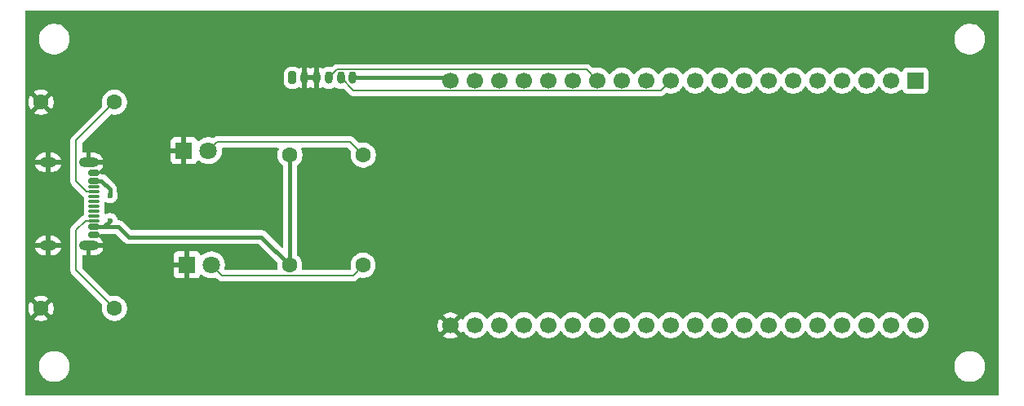
<source format=gbr>
%TF.GenerationSoftware,KiCad,Pcbnew,9.0.6-9.0.6~ubuntu24.04.1*%
%TF.CreationDate,2026-01-01T18:35:02+01:00*%
%TF.ProjectId,security-system,73656375-7269-4747-992d-73797374656d,0*%
%TF.SameCoordinates,Original*%
%TF.FileFunction,Copper,L1,Top*%
%TF.FilePolarity,Positive*%
%FSLAX46Y46*%
G04 Gerber Fmt 4.6, Leading zero omitted, Abs format (unit mm)*
G04 Created by KiCad (PCBNEW 9.0.6-9.0.6~ubuntu24.04.1) date 2026-01-01 18:35:02*
%MOMM*%
%LPD*%
G01*
G04 APERTURE LIST*
G04 Aperture macros list*
%AMRoundRect*
0 Rectangle with rounded corners*
0 $1 Rounding radius*
0 $2 $3 $4 $5 $6 $7 $8 $9 X,Y pos of 4 corners*
0 Add a 4 corners polygon primitive as box body*
4,1,4,$2,$3,$4,$5,$6,$7,$8,$9,$2,$3,0*
0 Add four circle primitives for the rounded corners*
1,1,$1+$1,$2,$3*
1,1,$1+$1,$4,$5*
1,1,$1+$1,$6,$7*
1,1,$1+$1,$8,$9*
0 Add four rect primitives between the rounded corners*
20,1,$1+$1,$2,$3,$4,$5,0*
20,1,$1+$1,$4,$5,$6,$7,0*
20,1,$1+$1,$6,$7,$8,$9,0*
20,1,$1+$1,$8,$9,$2,$3,0*%
G04 Aperture macros list end*
%TA.AperFunction,ComponentPad*%
%ADD10R,1.800000X1.800000*%
%TD*%
%TA.AperFunction,ComponentPad*%
%ADD11C,1.800000*%
%TD*%
%TA.AperFunction,ComponentPad*%
%ADD12C,1.600000*%
%TD*%
%TA.AperFunction,ComponentPad*%
%ADD13RoundRect,0.200000X-0.200000X-0.450000X0.200000X-0.450000X0.200000X0.450000X-0.200000X0.450000X0*%
%TD*%
%TA.AperFunction,ComponentPad*%
%ADD14O,0.800000X1.300000*%
%TD*%
%TA.AperFunction,SMDPad,CuDef*%
%ADD15RoundRect,0.150000X-0.425000X0.150000X-0.425000X-0.150000X0.425000X-0.150000X0.425000X0.150000X0*%
%TD*%
%TA.AperFunction,SMDPad,CuDef*%
%ADD16RoundRect,0.075000X-0.500000X0.075000X-0.500000X-0.075000X0.500000X-0.075000X0.500000X0.075000X0*%
%TD*%
%TA.AperFunction,HeatsinkPad*%
%ADD17O,2.100000X1.000000*%
%TD*%
%TA.AperFunction,HeatsinkPad*%
%ADD18O,1.800000X1.000000*%
%TD*%
%TA.AperFunction,ComponentPad*%
%ADD19R,1.700000X1.700000*%
%TD*%
%TA.AperFunction,ComponentPad*%
%ADD20C,1.700000*%
%TD*%
%TA.AperFunction,ViaPad*%
%ADD21C,0.600000*%
%TD*%
%TA.AperFunction,Conductor*%
%ADD22C,0.400000*%
%TD*%
%TA.AperFunction,Conductor*%
%ADD23C,0.127000*%
%TD*%
%TA.AperFunction,Conductor*%
%ADD24C,0.200000*%
%TD*%
G04 APERTURE END LIST*
D10*
%TO.P,DETECTION LED,1,K*%
%TO.N,GND*%
X142275000Y-92950000D03*
D11*
%TO.P,DETECTION LED,2,A*%
%TO.N,Net-(D2-A)*%
X144815000Y-92950000D03*
%TD*%
D12*
%TO.P,R1,1*%
%TO.N,+5V*%
X152960000Y-81550000D03*
%TO.P,R1,2*%
%TO.N,Net-(D1-A)*%
X160580000Y-81550000D03*
%TD*%
D10*
%TO.P,POWER-ON LED,1,K*%
%TO.N,GND*%
X141955000Y-81090000D03*
D11*
%TO.P,POWER-ON LED,2,A*%
%TO.N,Net-(D1-A)*%
X144495000Y-81090000D03*
%TD*%
D13*
%TO.P,J1,1,Pin_1*%
%TO.N,unconnected-(J1-Pin_1-Pad1)*%
X153220000Y-73520000D03*
D14*
%TO.P,J1,2,Pin_2*%
%TO.N,GND*%
X154470000Y-73520000D03*
%TO.P,J1,3,Pin_3*%
X155720000Y-73520000D03*
%TO.P,J1,4,Pin_4*%
%TO.N,/SCL*%
X156970000Y-73520000D03*
%TO.P,J1,5,Pin_5*%
%TO.N,/SDA*%
X158220000Y-73520000D03*
%TO.P,J1,6,Pin_6*%
%TO.N,+5V*%
X159470000Y-73520000D03*
%TD*%
D15*
%TO.P,J2,A1,GND*%
%TO.N,GND*%
X132635000Y-83420000D03*
%TO.P,J2,A4,VBUS*%
%TO.N,+5V*%
X132635000Y-84220000D03*
D16*
%TO.P,J2,A5,CC1*%
%TO.N,Net-(J2-CC1)*%
X132635000Y-85370000D03*
%TO.P,J2,A6,D+*%
%TO.N,unconnected-(J2-D+-PadA6)*%
X132635000Y-86370000D03*
%TO.P,J2,A7,D-*%
%TO.N,unconnected-(J2-D--PadA7)*%
X132635000Y-86870000D03*
%TO.P,J2,A8,SBU1*%
%TO.N,unconnected-(J2-SBU1-PadA8)*%
X132635000Y-87870000D03*
D15*
%TO.P,J2,A9,VBUS*%
%TO.N,+5V*%
X132635000Y-89020000D03*
%TO.P,J2,A12,GND*%
%TO.N,GND*%
X132635000Y-89820000D03*
%TO.P,J2,B1,GND*%
X132635000Y-89820000D03*
%TO.P,J2,B4,VBUS*%
%TO.N,+5V*%
X132635000Y-89020000D03*
D16*
%TO.P,J2,B5,CC2*%
%TO.N,Net-(J2-CC2)*%
X132635000Y-88370000D03*
%TO.P,J2,B6,D+*%
%TO.N,unconnected-(J2-D+-PadB6)*%
X132635000Y-87370000D03*
%TO.P,J2,B7,D-*%
%TO.N,unconnected-(J2-D--PadB7)*%
X132635000Y-85870000D03*
%TO.P,J2,B8,SBU2*%
%TO.N,unconnected-(J2-SBU2-PadB8)*%
X132635000Y-84870000D03*
D15*
%TO.P,J2,B9,VBUS*%
%TO.N,+5V*%
X132635000Y-84220000D03*
%TO.P,J2,B12,GND*%
%TO.N,GND*%
X132635000Y-83420000D03*
D17*
%TO.P,J2,S1,SHIELD*%
X132060000Y-82300000D03*
D18*
X127880000Y-82300000D03*
D17*
X132060000Y-90940000D03*
D18*
X127880000Y-90940000D03*
%TD*%
D12*
%TO.P,R4,1*%
%TO.N,Net-(J2-CC2)*%
X134750000Y-97470000D03*
%TO.P,R4,2*%
%TO.N,GND*%
X127130000Y-97470000D03*
%TD*%
D19*
%TO.P,U1,1,3V3*%
%TO.N,+3.3V*%
X217882000Y-73800000D03*
D20*
%TO.P,U1,2,GPIO43*%
%TO.N,unconnected-(U1-GPIO43-Pad2)*%
X217882000Y-99200000D03*
%TO.P,U1,3,RST*%
%TO.N,unconnected-(U1-RST-Pad3)*%
X215342000Y-73800000D03*
%TO.P,U1,4,GPIO44*%
%TO.N,unconnected-(U1-GPIO44-Pad4)*%
X215342000Y-99200000D03*
%TO.P,U1,5,GPIO4*%
%TO.N,unconnected-(U1-GPIO4-Pad5)*%
X212802000Y-73800000D03*
%TO.P,U1,6,GPIO1*%
%TO.N,unconnected-(U1-GPIO1-Pad6)*%
X212802000Y-99200000D03*
%TO.P,U1,7,GPIO5*%
%TO.N,unconnected-(U1-GPIO5-Pad7)*%
X210262000Y-73800000D03*
%TO.P,U1,8,GPIO2*%
%TO.N,unconnected-(U1-GPIO2-Pad8)*%
X210262000Y-99200000D03*
%TO.P,U1,9,GPIO6*%
%TO.N,unconnected-(U1-GPIO6-Pad9)*%
X207722000Y-73800000D03*
%TO.P,U1,10,GPIO42*%
%TO.N,unconnected-(U1-GPIO42-Pad10)*%
X207722000Y-99200000D03*
%TO.P,U1,11,GPIO7*%
%TO.N,unconnected-(U1-GPIO7-Pad11)*%
X205182000Y-73800000D03*
%TO.P,U1,12,GPIO41*%
%TO.N,unconnected-(U1-GPIO41-Pad12)*%
X205182000Y-99200000D03*
%TO.P,U1,13,GPIO15*%
%TO.N,unconnected-(U1-GPIO15-Pad13)*%
X202642000Y-73800000D03*
%TO.P,U1,14,GPIO40*%
%TO.N,unconnected-(U1-GPIO40-Pad14)*%
X202642000Y-99200000D03*
%TO.P,U1,15,GPIO16*%
%TO.N,unconnected-(U1-GPIO16-Pad15)*%
X200102000Y-73800000D03*
%TO.P,U1,16,GPIO39*%
%TO.N,unconnected-(U1-GPIO39-Pad16)*%
X200102000Y-99200000D03*
%TO.P,U1,17,GPIO17*%
%TO.N,unconnected-(U1-GPIO17-Pad17)*%
X197562000Y-73800000D03*
%TO.P,U1,18,GPIO38*%
%TO.N,unconnected-(U1-GPIO38-Pad18)*%
X197562000Y-99200000D03*
%TO.P,U1,19,GPIO18*%
%TO.N,unconnected-(U1-GPIO18-Pad19)*%
X195022000Y-73800000D03*
%TO.P,U1,20,GPIO37*%
%TO.N,unconnected-(U1-GPIO37-Pad20)*%
X195022000Y-99200000D03*
%TO.P,U1,21,GPIO8*%
%TO.N,/SDA*%
X192482000Y-73800000D03*
%TO.P,U1,22,GPIO36*%
%TO.N,unconnected-(U1-GPIO36-Pad22)*%
X192482000Y-99200000D03*
%TO.P,U1,23,GPIO3*%
%TO.N,unconnected-(U1-GPIO3-Pad23)*%
X189942000Y-73800000D03*
%TO.P,U1,24,GPIO35*%
%TO.N,unconnected-(U1-GPIO35-Pad24)*%
X189942000Y-99200000D03*
%TO.P,U1,25,GPIO46*%
%TO.N,unconnected-(U1-GPIO46-Pad25)*%
X187402000Y-73800000D03*
%TO.P,U1,26,GPIO0*%
%TO.N,unconnected-(U1-GPIO0-Pad26)*%
X187402000Y-99200000D03*
%TO.P,U1,27,GPIO9*%
%TO.N,/SCL*%
X184862000Y-73800000D03*
%TO.P,U1,28,GPIO45*%
%TO.N,unconnected-(U1-GPIO45-Pad28)*%
X184862000Y-99200000D03*
%TO.P,U1,29,GPIO10*%
%TO.N,unconnected-(U1-GPIO10-Pad29)*%
X182322000Y-73800000D03*
%TO.P,U1,30,GPIO48*%
%TO.N,unconnected-(U1-GPIO48-Pad30)*%
X182322000Y-99200000D03*
%TO.P,U1,31,GPIO11*%
%TO.N,unconnected-(U1-GPIO11-Pad31)*%
X179782000Y-73800000D03*
%TO.P,U1,32,GPIO47*%
%TO.N,unconnected-(U1-GPIO47-Pad32)*%
X179782000Y-99200000D03*
%TO.P,U1,33,GPIO12*%
%TO.N,unconnected-(U1-GPIO12-Pad33)*%
X177242000Y-73800000D03*
%TO.P,U1,34,GPIO21*%
%TO.N,unconnected-(U1-GPIO21-Pad34)*%
X177242000Y-99200000D03*
%TO.P,U1,35,GPIO13*%
%TO.N,unconnected-(U1-GPIO13-Pad35)*%
X174702000Y-73800000D03*
%TO.P,U1,36,GPIO20*%
%TO.N,unconnected-(U1-GPIO20-Pad36)*%
X174702000Y-99200000D03*
%TO.P,U1,37,GPIO14*%
%TO.N,unconnected-(U1-GPIO14-Pad37)*%
X172162000Y-73800000D03*
%TO.P,U1,38,GPIO19*%
%TO.N,unconnected-(U1-GPIO19-Pad38)*%
X172162000Y-99200000D03*
%TO.P,U1,39,5V*%
%TO.N,+5V*%
X169622000Y-73810000D03*
%TO.P,U1,40,GND*%
%TO.N,GND*%
X169622000Y-99250000D03*
%TD*%
D12*
%TO.P,R2,1*%
%TO.N,+5V*%
X152930000Y-92990000D03*
%TO.P,R2,2*%
%TO.N,Net-(D2-A)*%
X160550000Y-92990000D03*
%TD*%
%TO.P,R3,1*%
%TO.N,Net-(J2-CC1)*%
X134750000Y-76060000D03*
%TO.P,R3,2*%
%TO.N,GND*%
X127130000Y-76060000D03*
%TD*%
D21*
%TO.N,+5V*%
X134290000Y-85750000D03*
X134270000Y-88370000D03*
%TD*%
D22*
%TO.N,+5V*%
X159470000Y-73520000D02*
X169332000Y-73520000D01*
X169332000Y-73520000D02*
X169622000Y-73810000D01*
D23*
%TO.N,/SCL*%
X156970000Y-73520000D02*
X157811500Y-72678500D01*
X157811500Y-72678500D02*
X183740500Y-72678500D01*
X183740500Y-72678500D02*
X184862000Y-73800000D01*
%TO.N,/SDA*%
X158220000Y-73520000D02*
X159551500Y-74851500D01*
X159551500Y-74851500D02*
X191430500Y-74851500D01*
X191430500Y-74851500D02*
X192482000Y-73800000D01*
D24*
%TO.N,Net-(D1-A)*%
X144495000Y-81090000D02*
X145395000Y-80190000D01*
X159220000Y-80190000D02*
X160580000Y-81550000D01*
X145395000Y-80190000D02*
X159220000Y-80190000D01*
%TO.N,Net-(D2-A)*%
X160550000Y-92990000D02*
X159490000Y-94050000D01*
X145915000Y-94050000D02*
X144815000Y-92950000D01*
X159490000Y-94050000D02*
X145915000Y-94050000D01*
D22*
%TO.N,+5V*%
X132635000Y-89020000D02*
X133620000Y-89020000D01*
X136210000Y-90050000D02*
X135180000Y-89020000D01*
X133620000Y-89020000D02*
X134270000Y-88370000D01*
X152960000Y-81550000D02*
X152960000Y-92960000D01*
X149990000Y-90050000D02*
X136210000Y-90050000D01*
X134290000Y-85750000D02*
X134290000Y-85110000D01*
X134290000Y-85110000D02*
X133400000Y-84220000D01*
X135180000Y-89020000D02*
X132635000Y-89020000D01*
X152960000Y-92960000D02*
X152930000Y-92990000D01*
X133400000Y-84220000D02*
X132635000Y-84220000D01*
X152930000Y-92990000D02*
X149990000Y-90050000D01*
D24*
%TO.N,Net-(J2-CC2)*%
X134750000Y-97470000D02*
X130782000Y-93502000D01*
X130782000Y-89331992D02*
X131743992Y-88370000D01*
X130782000Y-93502000D02*
X130782000Y-89331992D01*
X131743992Y-88370000D02*
X132635000Y-88370000D01*
%TO.N,Net-(J2-CC1)*%
X130782000Y-80028000D02*
X130782000Y-84266586D01*
X130782000Y-84266586D02*
X131885414Y-85370000D01*
X134750000Y-76060000D02*
X130782000Y-80028000D01*
X131885414Y-85370000D02*
X132635000Y-85370000D01*
%TD*%
%TA.AperFunction,Conductor*%
%TO.N,GND*%
G36*
X226442539Y-66520185D02*
G01*
X226488294Y-66572989D01*
X226499500Y-66624500D01*
X226499500Y-106375500D01*
X226479815Y-106442539D01*
X226427011Y-106488294D01*
X226375500Y-106499500D01*
X125624500Y-106499500D01*
X125557461Y-106479815D01*
X125511706Y-106427011D01*
X125500500Y-106375500D01*
X125500500Y-103374038D01*
X126899500Y-103374038D01*
X126899500Y-103625961D01*
X126938910Y-103874785D01*
X127016760Y-104114383D01*
X127131132Y-104338848D01*
X127279201Y-104542649D01*
X127279205Y-104542654D01*
X127457345Y-104720794D01*
X127457350Y-104720798D01*
X127635117Y-104849952D01*
X127661155Y-104868870D01*
X127804184Y-104941747D01*
X127885616Y-104983239D01*
X127885618Y-104983239D01*
X127885621Y-104983241D01*
X128125215Y-105061090D01*
X128374038Y-105100500D01*
X128374039Y-105100500D01*
X128625961Y-105100500D01*
X128625962Y-105100500D01*
X128874785Y-105061090D01*
X129114379Y-104983241D01*
X129338845Y-104868870D01*
X129542656Y-104720793D01*
X129720793Y-104542656D01*
X129868870Y-104338845D01*
X129983241Y-104114379D01*
X130061090Y-103874785D01*
X130100500Y-103625962D01*
X130100500Y-103374038D01*
X221899500Y-103374038D01*
X221899500Y-103625961D01*
X221938910Y-103874785D01*
X222016760Y-104114383D01*
X222131132Y-104338848D01*
X222279201Y-104542649D01*
X222279205Y-104542654D01*
X222457345Y-104720794D01*
X222457350Y-104720798D01*
X222635117Y-104849952D01*
X222661155Y-104868870D01*
X222804184Y-104941747D01*
X222885616Y-104983239D01*
X222885618Y-104983239D01*
X222885621Y-104983241D01*
X223125215Y-105061090D01*
X223374038Y-105100500D01*
X223374039Y-105100500D01*
X223625961Y-105100500D01*
X223625962Y-105100500D01*
X223874785Y-105061090D01*
X224114379Y-104983241D01*
X224338845Y-104868870D01*
X224542656Y-104720793D01*
X224720793Y-104542656D01*
X224868870Y-104338845D01*
X224983241Y-104114379D01*
X225061090Y-103874785D01*
X225100500Y-103625962D01*
X225100500Y-103374038D01*
X225061090Y-103125215D01*
X224983241Y-102885621D01*
X224983239Y-102885618D01*
X224983239Y-102885616D01*
X224941747Y-102804184D01*
X224868870Y-102661155D01*
X224849952Y-102635117D01*
X224720798Y-102457350D01*
X224720794Y-102457345D01*
X224542654Y-102279205D01*
X224542649Y-102279201D01*
X224338848Y-102131132D01*
X224338847Y-102131131D01*
X224338845Y-102131130D01*
X224268747Y-102095413D01*
X224114383Y-102016760D01*
X223874785Y-101938910D01*
X223625962Y-101899500D01*
X223374038Y-101899500D01*
X223249626Y-101919205D01*
X223125214Y-101938910D01*
X222885616Y-102016760D01*
X222661151Y-102131132D01*
X222457350Y-102279201D01*
X222457345Y-102279205D01*
X222279205Y-102457345D01*
X222279201Y-102457350D01*
X222131132Y-102661151D01*
X222016760Y-102885616D01*
X221938910Y-103125214D01*
X221899500Y-103374038D01*
X130100500Y-103374038D01*
X130061090Y-103125215D01*
X129983241Y-102885621D01*
X129983239Y-102885618D01*
X129983239Y-102885616D01*
X129941747Y-102804184D01*
X129868870Y-102661155D01*
X129849952Y-102635117D01*
X129720798Y-102457350D01*
X129720794Y-102457345D01*
X129542654Y-102279205D01*
X129542649Y-102279201D01*
X129338848Y-102131132D01*
X129338847Y-102131131D01*
X129338845Y-102131130D01*
X129268747Y-102095413D01*
X129114383Y-102016760D01*
X128874785Y-101938910D01*
X128625962Y-101899500D01*
X128374038Y-101899500D01*
X128249626Y-101919205D01*
X128125214Y-101938910D01*
X127885616Y-102016760D01*
X127661151Y-102131132D01*
X127457350Y-102279201D01*
X127457345Y-102279205D01*
X127279205Y-102457345D01*
X127279201Y-102457350D01*
X127131132Y-102661151D01*
X127016760Y-102885616D01*
X126938910Y-103125214D01*
X126899500Y-103374038D01*
X125500500Y-103374038D01*
X125500500Y-99143753D01*
X168272000Y-99143753D01*
X168272000Y-99356246D01*
X168305242Y-99566127D01*
X168305242Y-99566130D01*
X168370904Y-99768217D01*
X168467375Y-99957550D01*
X168506728Y-100011716D01*
X169139037Y-99379408D01*
X169156075Y-99442993D01*
X169221901Y-99557007D01*
X169314993Y-99650099D01*
X169429007Y-99715925D01*
X169492590Y-99732962D01*
X168860282Y-100365269D01*
X168860282Y-100365270D01*
X168914449Y-100404624D01*
X169103782Y-100501095D01*
X169305870Y-100566757D01*
X169515754Y-100600000D01*
X169728246Y-100600000D01*
X169938127Y-100566757D01*
X169938130Y-100566757D01*
X170140217Y-100501095D01*
X170329554Y-100404622D01*
X170383716Y-100365270D01*
X170383717Y-100365270D01*
X169751408Y-99732962D01*
X169814993Y-99715925D01*
X169929007Y-99650099D01*
X170022099Y-99557007D01*
X170087925Y-99442993D01*
X170104962Y-99379408D01*
X170737270Y-100011717D01*
X170737270Y-100011716D01*
X170776622Y-99957554D01*
X170794596Y-99922278D01*
X170842570Y-99871481D01*
X170910390Y-99854685D01*
X170976526Y-99877221D01*
X171005400Y-99905686D01*
X171131890Y-100079785D01*
X171131894Y-100079790D01*
X171282213Y-100230109D01*
X171454179Y-100355048D01*
X171454181Y-100355049D01*
X171454184Y-100355051D01*
X171643588Y-100451557D01*
X171845757Y-100517246D01*
X172055713Y-100550500D01*
X172055714Y-100550500D01*
X172268286Y-100550500D01*
X172268287Y-100550500D01*
X172478243Y-100517246D01*
X172680412Y-100451557D01*
X172869816Y-100355051D01*
X172891789Y-100339086D01*
X173041786Y-100230109D01*
X173041788Y-100230106D01*
X173041792Y-100230104D01*
X173192104Y-100079792D01*
X173192106Y-100079788D01*
X173192109Y-100079786D01*
X173317048Y-99907820D01*
X173317047Y-99907820D01*
X173317051Y-99907816D01*
X173321514Y-99899054D01*
X173369488Y-99848259D01*
X173437308Y-99831463D01*
X173503444Y-99853999D01*
X173542486Y-99899056D01*
X173546951Y-99907820D01*
X173671890Y-100079786D01*
X173822213Y-100230109D01*
X173994179Y-100355048D01*
X173994181Y-100355049D01*
X173994184Y-100355051D01*
X174183588Y-100451557D01*
X174385757Y-100517246D01*
X174595713Y-100550500D01*
X174595714Y-100550500D01*
X174808286Y-100550500D01*
X174808287Y-100550500D01*
X175018243Y-100517246D01*
X175220412Y-100451557D01*
X175409816Y-100355051D01*
X175431789Y-100339086D01*
X175581786Y-100230109D01*
X175581788Y-100230106D01*
X175581792Y-100230104D01*
X175732104Y-100079792D01*
X175732106Y-100079788D01*
X175732109Y-100079786D01*
X175857048Y-99907820D01*
X175857047Y-99907820D01*
X175857051Y-99907816D01*
X175861514Y-99899054D01*
X175909488Y-99848259D01*
X175977308Y-99831463D01*
X176043444Y-99853999D01*
X176082486Y-99899056D01*
X176086951Y-99907820D01*
X176211890Y-100079786D01*
X176362213Y-100230109D01*
X176534179Y-100355048D01*
X176534181Y-100355049D01*
X176534184Y-100355051D01*
X176723588Y-100451557D01*
X176925757Y-100517246D01*
X177135713Y-100550500D01*
X177135714Y-100550500D01*
X177348286Y-100550500D01*
X177348287Y-100550500D01*
X177558243Y-100517246D01*
X177760412Y-100451557D01*
X177949816Y-100355051D01*
X177971789Y-100339086D01*
X178121786Y-100230109D01*
X178121788Y-100230106D01*
X178121792Y-100230104D01*
X178272104Y-100079792D01*
X178272106Y-100079788D01*
X178272109Y-100079786D01*
X178397048Y-99907820D01*
X178397047Y-99907820D01*
X178397051Y-99907816D01*
X178401514Y-99899054D01*
X178449488Y-99848259D01*
X178517308Y-99831463D01*
X178583444Y-99853999D01*
X178622486Y-99899056D01*
X178626951Y-99907820D01*
X178751890Y-100079786D01*
X178902213Y-100230109D01*
X179074179Y-100355048D01*
X179074181Y-100355049D01*
X179074184Y-100355051D01*
X179263588Y-100451557D01*
X179465757Y-100517246D01*
X179675713Y-100550500D01*
X179675714Y-100550500D01*
X179888286Y-100550500D01*
X179888287Y-100550500D01*
X180098243Y-100517246D01*
X180300412Y-100451557D01*
X180489816Y-100355051D01*
X180511789Y-100339086D01*
X180661786Y-100230109D01*
X180661788Y-100230106D01*
X180661792Y-100230104D01*
X180812104Y-100079792D01*
X180812106Y-100079788D01*
X180812109Y-100079786D01*
X180937048Y-99907820D01*
X180937047Y-99907820D01*
X180937051Y-99907816D01*
X180941514Y-99899054D01*
X180989488Y-99848259D01*
X181057308Y-99831463D01*
X181123444Y-99853999D01*
X181162486Y-99899056D01*
X181166951Y-99907820D01*
X181291890Y-100079786D01*
X181442213Y-100230109D01*
X181614179Y-100355048D01*
X181614181Y-100355049D01*
X181614184Y-100355051D01*
X181803588Y-100451557D01*
X182005757Y-100517246D01*
X182215713Y-100550500D01*
X182215714Y-100550500D01*
X182428286Y-100550500D01*
X182428287Y-100550500D01*
X182638243Y-100517246D01*
X182840412Y-100451557D01*
X183029816Y-100355051D01*
X183051789Y-100339086D01*
X183201786Y-100230109D01*
X183201788Y-100230106D01*
X183201792Y-100230104D01*
X183352104Y-100079792D01*
X183352106Y-100079788D01*
X183352109Y-100079786D01*
X183477048Y-99907820D01*
X183477047Y-99907820D01*
X183477051Y-99907816D01*
X183481514Y-99899054D01*
X183529488Y-99848259D01*
X183597308Y-99831463D01*
X183663444Y-99853999D01*
X183702486Y-99899056D01*
X183706951Y-99907820D01*
X183831890Y-100079786D01*
X183982213Y-100230109D01*
X184154179Y-100355048D01*
X184154181Y-100355049D01*
X184154184Y-100355051D01*
X184343588Y-100451557D01*
X184545757Y-100517246D01*
X184755713Y-100550500D01*
X184755714Y-100550500D01*
X184968286Y-100550500D01*
X184968287Y-100550500D01*
X185178243Y-100517246D01*
X185380412Y-100451557D01*
X185569816Y-100355051D01*
X185591789Y-100339086D01*
X185741786Y-100230109D01*
X185741788Y-100230106D01*
X185741792Y-100230104D01*
X185892104Y-100079792D01*
X185892106Y-100079788D01*
X185892109Y-100079786D01*
X186017048Y-99907820D01*
X186017047Y-99907820D01*
X186017051Y-99907816D01*
X186021514Y-99899054D01*
X186069488Y-99848259D01*
X186137308Y-99831463D01*
X186203444Y-99853999D01*
X186242486Y-99899056D01*
X186246951Y-99907820D01*
X186371890Y-100079786D01*
X186522213Y-100230109D01*
X186694179Y-100355048D01*
X186694181Y-100355049D01*
X186694184Y-100355051D01*
X186883588Y-100451557D01*
X187085757Y-100517246D01*
X187295713Y-100550500D01*
X187295714Y-100550500D01*
X187508286Y-100550500D01*
X187508287Y-100550500D01*
X187718243Y-100517246D01*
X187920412Y-100451557D01*
X188109816Y-100355051D01*
X188131789Y-100339086D01*
X188281786Y-100230109D01*
X188281788Y-100230106D01*
X188281792Y-100230104D01*
X188432104Y-100079792D01*
X188432106Y-100079788D01*
X188432109Y-100079786D01*
X188557048Y-99907820D01*
X188557047Y-99907820D01*
X188557051Y-99907816D01*
X188561514Y-99899054D01*
X188609488Y-99848259D01*
X188677308Y-99831463D01*
X188743444Y-99853999D01*
X188782486Y-99899056D01*
X188786951Y-99907820D01*
X188911890Y-100079786D01*
X189062213Y-100230109D01*
X189234179Y-100355048D01*
X189234181Y-100355049D01*
X189234184Y-100355051D01*
X189423588Y-100451557D01*
X189625757Y-100517246D01*
X189835713Y-100550500D01*
X189835714Y-100550500D01*
X190048286Y-100550500D01*
X190048287Y-100550500D01*
X190258243Y-100517246D01*
X190460412Y-100451557D01*
X190649816Y-100355051D01*
X190671789Y-100339086D01*
X190821786Y-100230109D01*
X190821788Y-100230106D01*
X190821792Y-100230104D01*
X190972104Y-100079792D01*
X190972106Y-100079788D01*
X190972109Y-100079786D01*
X191097048Y-99907820D01*
X191097047Y-99907820D01*
X191097051Y-99907816D01*
X191101514Y-99899054D01*
X191149488Y-99848259D01*
X191217308Y-99831463D01*
X191283444Y-99853999D01*
X191322486Y-99899056D01*
X191326951Y-99907820D01*
X191451890Y-100079786D01*
X191602213Y-100230109D01*
X191774179Y-100355048D01*
X191774181Y-100355049D01*
X191774184Y-100355051D01*
X191963588Y-100451557D01*
X192165757Y-100517246D01*
X192375713Y-100550500D01*
X192375714Y-100550500D01*
X192588286Y-100550500D01*
X192588287Y-100550500D01*
X192798243Y-100517246D01*
X193000412Y-100451557D01*
X193189816Y-100355051D01*
X193211789Y-100339086D01*
X193361786Y-100230109D01*
X193361788Y-100230106D01*
X193361792Y-100230104D01*
X193512104Y-100079792D01*
X193512106Y-100079788D01*
X193512109Y-100079786D01*
X193637048Y-99907820D01*
X193637047Y-99907820D01*
X193637051Y-99907816D01*
X193641514Y-99899054D01*
X193689488Y-99848259D01*
X193757308Y-99831463D01*
X193823444Y-99853999D01*
X193862486Y-99899056D01*
X193866951Y-99907820D01*
X193991890Y-100079786D01*
X194142213Y-100230109D01*
X194314179Y-100355048D01*
X194314181Y-100355049D01*
X194314184Y-100355051D01*
X194503588Y-100451557D01*
X194705757Y-100517246D01*
X194915713Y-100550500D01*
X194915714Y-100550500D01*
X195128286Y-100550500D01*
X195128287Y-100550500D01*
X195338243Y-100517246D01*
X195540412Y-100451557D01*
X195729816Y-100355051D01*
X195751789Y-100339086D01*
X195901786Y-100230109D01*
X195901788Y-100230106D01*
X195901792Y-100230104D01*
X196052104Y-100079792D01*
X196052106Y-100079788D01*
X196052109Y-100079786D01*
X196177048Y-99907820D01*
X196177047Y-99907820D01*
X196177051Y-99907816D01*
X196181514Y-99899054D01*
X196229488Y-99848259D01*
X196297308Y-99831463D01*
X196363444Y-99853999D01*
X196402486Y-99899056D01*
X196406951Y-99907820D01*
X196531890Y-100079786D01*
X196682213Y-100230109D01*
X196854179Y-100355048D01*
X196854181Y-100355049D01*
X196854184Y-100355051D01*
X197043588Y-100451557D01*
X197245757Y-100517246D01*
X197455713Y-100550500D01*
X197455714Y-100550500D01*
X197668286Y-100550500D01*
X197668287Y-100550500D01*
X197878243Y-100517246D01*
X198080412Y-100451557D01*
X198269816Y-100355051D01*
X198291789Y-100339086D01*
X198441786Y-100230109D01*
X198441788Y-100230106D01*
X198441792Y-100230104D01*
X198592104Y-100079792D01*
X198592106Y-100079788D01*
X198592109Y-100079786D01*
X198717048Y-99907820D01*
X198717047Y-99907820D01*
X198717051Y-99907816D01*
X198721514Y-99899054D01*
X198769488Y-99848259D01*
X198837308Y-99831463D01*
X198903444Y-99853999D01*
X198942486Y-99899056D01*
X198946951Y-99907820D01*
X199071890Y-100079786D01*
X199222213Y-100230109D01*
X199394179Y-100355048D01*
X199394181Y-100355049D01*
X199394184Y-100355051D01*
X199583588Y-100451557D01*
X199785757Y-100517246D01*
X199995713Y-100550500D01*
X199995714Y-100550500D01*
X200208286Y-100550500D01*
X200208287Y-100550500D01*
X200418243Y-100517246D01*
X200620412Y-100451557D01*
X200809816Y-100355051D01*
X200831789Y-100339086D01*
X200981786Y-100230109D01*
X200981788Y-100230106D01*
X200981792Y-100230104D01*
X201132104Y-100079792D01*
X201132106Y-100079788D01*
X201132109Y-100079786D01*
X201257048Y-99907820D01*
X201257047Y-99907820D01*
X201257051Y-99907816D01*
X201261514Y-99899054D01*
X201309488Y-99848259D01*
X201377308Y-99831463D01*
X201443444Y-99853999D01*
X201482486Y-99899056D01*
X201486951Y-99907820D01*
X201611890Y-100079786D01*
X201762213Y-100230109D01*
X201934179Y-100355048D01*
X201934181Y-100355049D01*
X201934184Y-100355051D01*
X202123588Y-100451557D01*
X202325757Y-100517246D01*
X202535713Y-100550500D01*
X202535714Y-100550500D01*
X202748286Y-100550500D01*
X202748287Y-100550500D01*
X202958243Y-100517246D01*
X203160412Y-100451557D01*
X203349816Y-100355051D01*
X203371789Y-100339086D01*
X203521786Y-100230109D01*
X203521788Y-100230106D01*
X203521792Y-100230104D01*
X203672104Y-100079792D01*
X203672106Y-100079788D01*
X203672109Y-100079786D01*
X203797048Y-99907820D01*
X203797047Y-99907820D01*
X203797051Y-99907816D01*
X203801514Y-99899054D01*
X203849488Y-99848259D01*
X203917308Y-99831463D01*
X203983444Y-99853999D01*
X204022486Y-99899056D01*
X204026951Y-99907820D01*
X204151890Y-100079786D01*
X204302213Y-100230109D01*
X204474179Y-100355048D01*
X204474181Y-100355049D01*
X204474184Y-100355051D01*
X204663588Y-100451557D01*
X204865757Y-100517246D01*
X205075713Y-100550500D01*
X205075714Y-100550500D01*
X205288286Y-100550500D01*
X205288287Y-100550500D01*
X205498243Y-100517246D01*
X205700412Y-100451557D01*
X205889816Y-100355051D01*
X205911789Y-100339086D01*
X206061786Y-100230109D01*
X206061788Y-100230106D01*
X206061792Y-100230104D01*
X206212104Y-100079792D01*
X206212106Y-100079788D01*
X206212109Y-100079786D01*
X206337048Y-99907820D01*
X206337047Y-99907820D01*
X206337051Y-99907816D01*
X206341514Y-99899054D01*
X206389488Y-99848259D01*
X206457308Y-99831463D01*
X206523444Y-99853999D01*
X206562486Y-99899056D01*
X206566951Y-99907820D01*
X206691890Y-100079786D01*
X206842213Y-100230109D01*
X207014179Y-100355048D01*
X207014181Y-100355049D01*
X207014184Y-100355051D01*
X207203588Y-100451557D01*
X207405757Y-100517246D01*
X207615713Y-100550500D01*
X207615714Y-100550500D01*
X207828286Y-100550500D01*
X207828287Y-100550500D01*
X208038243Y-100517246D01*
X208240412Y-100451557D01*
X208429816Y-100355051D01*
X208451789Y-100339086D01*
X208601786Y-100230109D01*
X208601788Y-100230106D01*
X208601792Y-100230104D01*
X208752104Y-100079792D01*
X208752106Y-100079788D01*
X208752109Y-100079786D01*
X208877048Y-99907820D01*
X208877047Y-99907820D01*
X208877051Y-99907816D01*
X208881514Y-99899054D01*
X208929488Y-99848259D01*
X208997308Y-99831463D01*
X209063444Y-99853999D01*
X209102486Y-99899056D01*
X209106951Y-99907820D01*
X209231890Y-100079786D01*
X209382213Y-100230109D01*
X209554179Y-100355048D01*
X209554181Y-100355049D01*
X209554184Y-100355051D01*
X209743588Y-100451557D01*
X209945757Y-100517246D01*
X210155713Y-100550500D01*
X210155714Y-100550500D01*
X210368286Y-100550500D01*
X210368287Y-100550500D01*
X210578243Y-100517246D01*
X210780412Y-100451557D01*
X210969816Y-100355051D01*
X210991789Y-100339086D01*
X211141786Y-100230109D01*
X211141788Y-100230106D01*
X211141792Y-100230104D01*
X211292104Y-100079792D01*
X211292106Y-100079788D01*
X211292109Y-100079786D01*
X211417048Y-99907820D01*
X211417047Y-99907820D01*
X211417051Y-99907816D01*
X211421514Y-99899054D01*
X211469488Y-99848259D01*
X211537308Y-99831463D01*
X211603444Y-99853999D01*
X211642486Y-99899056D01*
X211646951Y-99907820D01*
X211771890Y-100079786D01*
X211922213Y-100230109D01*
X212094179Y-100355048D01*
X212094181Y-100355049D01*
X212094184Y-100355051D01*
X212283588Y-100451557D01*
X212485757Y-100517246D01*
X212695713Y-100550500D01*
X212695714Y-100550500D01*
X212908286Y-100550500D01*
X212908287Y-100550500D01*
X213118243Y-100517246D01*
X213320412Y-100451557D01*
X213509816Y-100355051D01*
X213531789Y-100339086D01*
X213681786Y-100230109D01*
X213681788Y-100230106D01*
X213681792Y-100230104D01*
X213832104Y-100079792D01*
X213832106Y-100079788D01*
X213832109Y-100079786D01*
X213957048Y-99907820D01*
X213957047Y-99907820D01*
X213957051Y-99907816D01*
X213961514Y-99899054D01*
X214009488Y-99848259D01*
X214077308Y-99831463D01*
X214143444Y-99853999D01*
X214182486Y-99899056D01*
X214186951Y-99907820D01*
X214311890Y-100079786D01*
X214462213Y-100230109D01*
X214634179Y-100355048D01*
X214634181Y-100355049D01*
X214634184Y-100355051D01*
X214823588Y-100451557D01*
X215025757Y-100517246D01*
X215235713Y-100550500D01*
X215235714Y-100550500D01*
X215448286Y-100550500D01*
X215448287Y-100550500D01*
X215658243Y-100517246D01*
X215860412Y-100451557D01*
X216049816Y-100355051D01*
X216071789Y-100339086D01*
X216221786Y-100230109D01*
X216221788Y-100230106D01*
X216221792Y-100230104D01*
X216372104Y-100079792D01*
X216372106Y-100079788D01*
X216372109Y-100079786D01*
X216497048Y-99907820D01*
X216497047Y-99907820D01*
X216497051Y-99907816D01*
X216501514Y-99899054D01*
X216549488Y-99848259D01*
X216617308Y-99831463D01*
X216683444Y-99853999D01*
X216722486Y-99899056D01*
X216726951Y-99907820D01*
X216851890Y-100079786D01*
X217002213Y-100230109D01*
X217174179Y-100355048D01*
X217174181Y-100355049D01*
X217174184Y-100355051D01*
X217363588Y-100451557D01*
X217565757Y-100517246D01*
X217775713Y-100550500D01*
X217775714Y-100550500D01*
X217988286Y-100550500D01*
X217988287Y-100550500D01*
X218198243Y-100517246D01*
X218400412Y-100451557D01*
X218589816Y-100355051D01*
X218611789Y-100339086D01*
X218761786Y-100230109D01*
X218761788Y-100230106D01*
X218761792Y-100230104D01*
X218912104Y-100079792D01*
X218912106Y-100079788D01*
X218912109Y-100079786D01*
X219037048Y-99907820D01*
X219037047Y-99907820D01*
X219037051Y-99907816D01*
X219133557Y-99718412D01*
X219199246Y-99516243D01*
X219232500Y-99306287D01*
X219232500Y-99093713D01*
X219199246Y-98883757D01*
X219133557Y-98681588D01*
X219037051Y-98492184D01*
X219037049Y-98492181D01*
X219037048Y-98492179D01*
X218912109Y-98320213D01*
X218761786Y-98169890D01*
X218589820Y-98044951D01*
X218400414Y-97948444D01*
X218400413Y-97948443D01*
X218400412Y-97948443D01*
X218198243Y-97882754D01*
X218198241Y-97882753D01*
X218198240Y-97882753D01*
X218036957Y-97857208D01*
X217988287Y-97849500D01*
X217775713Y-97849500D01*
X217727042Y-97857208D01*
X217565760Y-97882753D01*
X217363585Y-97948444D01*
X217174179Y-98044951D01*
X217002213Y-98169890D01*
X216851890Y-98320213D01*
X216726949Y-98492182D01*
X216722484Y-98500946D01*
X216674509Y-98551742D01*
X216606688Y-98568536D01*
X216540553Y-98545998D01*
X216501516Y-98500946D01*
X216497050Y-98492182D01*
X216372109Y-98320213D01*
X216221786Y-98169890D01*
X216049820Y-98044951D01*
X215860414Y-97948444D01*
X215860413Y-97948443D01*
X215860412Y-97948443D01*
X215658243Y-97882754D01*
X215658241Y-97882753D01*
X215658240Y-97882753D01*
X215496957Y-97857208D01*
X215448287Y-97849500D01*
X215235713Y-97849500D01*
X215187042Y-97857208D01*
X215025760Y-97882753D01*
X214823585Y-97948444D01*
X214634179Y-98044951D01*
X214462213Y-98169890D01*
X214311890Y-98320213D01*
X214186949Y-98492182D01*
X214182484Y-98500946D01*
X214134509Y-98551742D01*
X214066688Y-98568536D01*
X214000553Y-98545998D01*
X213961516Y-98500946D01*
X213957050Y-98492182D01*
X213832109Y-98320213D01*
X213681786Y-98169890D01*
X213509820Y-98044951D01*
X213320414Y-97948444D01*
X213320413Y-97948443D01*
X213320412Y-97948443D01*
X213118243Y-97882754D01*
X213118241Y-97882753D01*
X213118240Y-97882753D01*
X212956957Y-97857208D01*
X212908287Y-97849500D01*
X212695713Y-97849500D01*
X212647042Y-97857208D01*
X212485760Y-97882753D01*
X212283585Y-97948444D01*
X212094179Y-98044951D01*
X211922213Y-98169890D01*
X211771890Y-98320213D01*
X211646949Y-98492182D01*
X211642484Y-98500946D01*
X211594509Y-98551742D01*
X211526688Y-98568536D01*
X211460553Y-98545998D01*
X211421516Y-98500946D01*
X211417050Y-98492182D01*
X211292109Y-98320213D01*
X211141786Y-98169890D01*
X210969820Y-98044951D01*
X210780414Y-97948444D01*
X210780413Y-97948443D01*
X210780412Y-97948443D01*
X210578243Y-97882754D01*
X210578241Y-97882753D01*
X210578240Y-97882753D01*
X210416957Y-97857208D01*
X210368287Y-97849500D01*
X210155713Y-97849500D01*
X210107042Y-97857208D01*
X209945760Y-97882753D01*
X209743585Y-97948444D01*
X209554179Y-98044951D01*
X209382213Y-98169890D01*
X209231890Y-98320213D01*
X209106949Y-98492182D01*
X209102484Y-98500946D01*
X209054509Y-98551742D01*
X208986688Y-98568536D01*
X208920553Y-98545998D01*
X208881516Y-98500946D01*
X208877050Y-98492182D01*
X208752109Y-98320213D01*
X208601786Y-98169890D01*
X208429820Y-98044951D01*
X208240414Y-97948444D01*
X208240413Y-97948443D01*
X208240412Y-97948443D01*
X208038243Y-97882754D01*
X208038241Y-97882753D01*
X208038240Y-97882753D01*
X207876957Y-97857208D01*
X207828287Y-97849500D01*
X207615713Y-97849500D01*
X207567042Y-97857208D01*
X207405760Y-97882753D01*
X207203585Y-97948444D01*
X207014179Y-98044951D01*
X206842213Y-98169890D01*
X206691890Y-98320213D01*
X206566949Y-98492182D01*
X206562484Y-98500946D01*
X206514509Y-98551742D01*
X206446688Y-98568536D01*
X206380553Y-98545998D01*
X206341516Y-98500946D01*
X206337050Y-98492182D01*
X206212109Y-98320213D01*
X206061786Y-98169890D01*
X205889820Y-98044951D01*
X205700414Y-97948444D01*
X205700413Y-97948443D01*
X205700412Y-97948443D01*
X205498243Y-97882754D01*
X205498241Y-97882753D01*
X205498240Y-97882753D01*
X205336957Y-97857208D01*
X205288287Y-97849500D01*
X205075713Y-97849500D01*
X205027042Y-97857208D01*
X204865760Y-97882753D01*
X204663585Y-97948444D01*
X204474179Y-98044951D01*
X204302213Y-98169890D01*
X204151890Y-98320213D01*
X204026949Y-98492182D01*
X204022484Y-98500946D01*
X203974509Y-98551742D01*
X203906688Y-98568536D01*
X203840553Y-98545998D01*
X203801516Y-98500946D01*
X203797050Y-98492182D01*
X203672109Y-98320213D01*
X203521786Y-98169890D01*
X203349820Y-98044951D01*
X203160414Y-97948444D01*
X203160413Y-97948443D01*
X203160412Y-97948443D01*
X202958243Y-97882754D01*
X202958241Y-97882753D01*
X202958240Y-97882753D01*
X202796957Y-97857208D01*
X202748287Y-97849500D01*
X202535713Y-97849500D01*
X202487042Y-97857208D01*
X202325760Y-97882753D01*
X202123585Y-97948444D01*
X201934179Y-98044951D01*
X201762213Y-98169890D01*
X201611890Y-98320213D01*
X201486949Y-98492182D01*
X201482484Y-98500946D01*
X201434509Y-98551742D01*
X201366688Y-98568536D01*
X201300553Y-98545998D01*
X201261516Y-98500946D01*
X201257050Y-98492182D01*
X201132109Y-98320213D01*
X200981786Y-98169890D01*
X200809820Y-98044951D01*
X200620414Y-97948444D01*
X200620413Y-97948443D01*
X200620412Y-97948443D01*
X200418243Y-97882754D01*
X200418241Y-97882753D01*
X200418240Y-97882753D01*
X200256957Y-97857208D01*
X200208287Y-97849500D01*
X199995713Y-97849500D01*
X199947042Y-97857208D01*
X199785760Y-97882753D01*
X199583585Y-97948444D01*
X199394179Y-98044951D01*
X199222213Y-98169890D01*
X199071890Y-98320213D01*
X198946949Y-98492182D01*
X198942484Y-98500946D01*
X198894509Y-98551742D01*
X198826688Y-98568536D01*
X198760553Y-98545998D01*
X198721516Y-98500946D01*
X198717050Y-98492182D01*
X198592109Y-98320213D01*
X198441786Y-98169890D01*
X198269820Y-98044951D01*
X198080414Y-97948444D01*
X198080413Y-97948443D01*
X198080412Y-97948443D01*
X197878243Y-97882754D01*
X197878241Y-97882753D01*
X197878240Y-97882753D01*
X197716957Y-97857208D01*
X197668287Y-97849500D01*
X197455713Y-97849500D01*
X197407042Y-97857208D01*
X197245760Y-97882753D01*
X197043585Y-97948444D01*
X196854179Y-98044951D01*
X196682213Y-98169890D01*
X196531890Y-98320213D01*
X196406949Y-98492182D01*
X196402484Y-98500946D01*
X196354509Y-98551742D01*
X196286688Y-98568536D01*
X196220553Y-98545998D01*
X196181516Y-98500946D01*
X196177050Y-98492182D01*
X196052109Y-98320213D01*
X195901786Y-98169890D01*
X195729820Y-98044951D01*
X195540414Y-97948444D01*
X195540413Y-97948443D01*
X195540412Y-97948443D01*
X195338243Y-97882754D01*
X195338241Y-97882753D01*
X195338240Y-97882753D01*
X195176957Y-97857208D01*
X195128287Y-97849500D01*
X194915713Y-97849500D01*
X194867042Y-97857208D01*
X194705760Y-97882753D01*
X194503585Y-97948444D01*
X194314179Y-98044951D01*
X194142213Y-98169890D01*
X193991890Y-98320213D01*
X193866949Y-98492182D01*
X193862484Y-98500946D01*
X193814509Y-98551742D01*
X193746688Y-98568536D01*
X193680553Y-98545998D01*
X193641516Y-98500946D01*
X193637050Y-98492182D01*
X193512109Y-98320213D01*
X193361786Y-98169890D01*
X193189820Y-98044951D01*
X193000414Y-97948444D01*
X193000413Y-97948443D01*
X193000412Y-97948443D01*
X192798243Y-97882754D01*
X192798241Y-97882753D01*
X192798240Y-97882753D01*
X192636957Y-97857208D01*
X192588287Y-97849500D01*
X192375713Y-97849500D01*
X192327042Y-97857208D01*
X192165760Y-97882753D01*
X191963585Y-97948444D01*
X191774179Y-98044951D01*
X191602213Y-98169890D01*
X191451890Y-98320213D01*
X191326949Y-98492182D01*
X191322484Y-98500946D01*
X191274509Y-98551742D01*
X191206688Y-98568536D01*
X191140553Y-98545998D01*
X191101516Y-98500946D01*
X191097050Y-98492182D01*
X190972109Y-98320213D01*
X190821786Y-98169890D01*
X190649820Y-98044951D01*
X190460414Y-97948444D01*
X190460413Y-97948443D01*
X190460412Y-97948443D01*
X190258243Y-97882754D01*
X190258241Y-97882753D01*
X190258240Y-97882753D01*
X190096957Y-97857208D01*
X190048287Y-97849500D01*
X189835713Y-97849500D01*
X189787042Y-97857208D01*
X189625760Y-97882753D01*
X189423585Y-97948444D01*
X189234179Y-98044951D01*
X189062213Y-98169890D01*
X188911890Y-98320213D01*
X188786949Y-98492182D01*
X188782484Y-98500946D01*
X188734509Y-98551742D01*
X188666688Y-98568536D01*
X188600553Y-98545998D01*
X188561516Y-98500946D01*
X188557050Y-98492182D01*
X188432109Y-98320213D01*
X188281786Y-98169890D01*
X188109820Y-98044951D01*
X187920414Y-97948444D01*
X187920413Y-97948443D01*
X187920412Y-97948443D01*
X187718243Y-97882754D01*
X187718241Y-97882753D01*
X187718240Y-97882753D01*
X187556957Y-97857208D01*
X187508287Y-97849500D01*
X187295713Y-97849500D01*
X187247042Y-97857208D01*
X187085760Y-97882753D01*
X186883585Y-97948444D01*
X186694179Y-98044951D01*
X186522213Y-98169890D01*
X186371890Y-98320213D01*
X186246949Y-98492182D01*
X186242484Y-98500946D01*
X186194509Y-98551742D01*
X186126688Y-98568536D01*
X186060553Y-98545998D01*
X186021516Y-98500946D01*
X186017050Y-98492182D01*
X185892109Y-98320213D01*
X185741786Y-98169890D01*
X185569820Y-98044951D01*
X185380414Y-97948444D01*
X185380413Y-97948443D01*
X185380412Y-97948443D01*
X185178243Y-97882754D01*
X185178241Y-97882753D01*
X185178240Y-97882753D01*
X185016957Y-97857208D01*
X184968287Y-97849500D01*
X184755713Y-97849500D01*
X184707042Y-97857208D01*
X184545760Y-97882753D01*
X184343585Y-97948444D01*
X184154179Y-98044951D01*
X183982213Y-98169890D01*
X183831890Y-98320213D01*
X183706949Y-98492182D01*
X183702484Y-98500946D01*
X183654509Y-98551742D01*
X183586688Y-98568536D01*
X183520553Y-98545998D01*
X183481516Y-98500946D01*
X183477050Y-98492182D01*
X183352109Y-98320213D01*
X183201786Y-98169890D01*
X183029820Y-98044951D01*
X182840414Y-97948444D01*
X182840413Y-97948443D01*
X182840412Y-97948443D01*
X182638243Y-97882754D01*
X182638241Y-97882753D01*
X182638240Y-97882753D01*
X182476957Y-97857208D01*
X182428287Y-97849500D01*
X182215713Y-97849500D01*
X182167042Y-97857208D01*
X182005760Y-97882753D01*
X181803585Y-97948444D01*
X181614179Y-98044951D01*
X181442213Y-98169890D01*
X181291890Y-98320213D01*
X181166949Y-98492182D01*
X181162484Y-98500946D01*
X181114509Y-98551742D01*
X181046688Y-98568536D01*
X180980553Y-98545998D01*
X180941516Y-98500946D01*
X180937050Y-98492182D01*
X180812109Y-98320213D01*
X180661786Y-98169890D01*
X180489820Y-98044951D01*
X180300414Y-97948444D01*
X180300413Y-97948443D01*
X180300412Y-97948443D01*
X180098243Y-97882754D01*
X180098241Y-97882753D01*
X180098240Y-97882753D01*
X179936957Y-97857208D01*
X179888287Y-97849500D01*
X179675713Y-97849500D01*
X179627042Y-97857208D01*
X179465760Y-97882753D01*
X179263585Y-97948444D01*
X179074179Y-98044951D01*
X178902213Y-98169890D01*
X178751890Y-98320213D01*
X178626949Y-98492182D01*
X178622484Y-98500946D01*
X178574509Y-98551742D01*
X178506688Y-98568536D01*
X178440553Y-98545998D01*
X178401516Y-98500946D01*
X178397050Y-98492182D01*
X178272109Y-98320213D01*
X178121786Y-98169890D01*
X177949820Y-98044951D01*
X177760414Y-97948444D01*
X177760413Y-97948443D01*
X177760412Y-97948443D01*
X177558243Y-97882754D01*
X177558241Y-97882753D01*
X177558240Y-97882753D01*
X177396957Y-97857208D01*
X177348287Y-97849500D01*
X177135713Y-97849500D01*
X177087042Y-97857208D01*
X176925760Y-97882753D01*
X176723585Y-97948444D01*
X176534179Y-98044951D01*
X176362213Y-98169890D01*
X176211890Y-98320213D01*
X176086949Y-98492182D01*
X176082484Y-98500946D01*
X176034509Y-98551742D01*
X175966688Y-98568536D01*
X175900553Y-98545998D01*
X175861516Y-98500946D01*
X175857050Y-98492182D01*
X175732109Y-98320213D01*
X175581786Y-98169890D01*
X175409820Y-98044951D01*
X175220414Y-97948444D01*
X175220413Y-97948443D01*
X175220412Y-97948443D01*
X175018243Y-97882754D01*
X175018241Y-97882753D01*
X175018240Y-97882753D01*
X174856957Y-97857208D01*
X174808287Y-97849500D01*
X174595713Y-97849500D01*
X174547042Y-97857208D01*
X174385760Y-97882753D01*
X174183585Y-97948444D01*
X173994179Y-98044951D01*
X173822213Y-98169890D01*
X173671890Y-98320213D01*
X173546949Y-98492182D01*
X173542484Y-98500946D01*
X173494509Y-98551742D01*
X173426688Y-98568536D01*
X173360553Y-98545998D01*
X173321516Y-98500946D01*
X173317050Y-98492182D01*
X173192109Y-98320213D01*
X173041786Y-98169890D01*
X172869820Y-98044951D01*
X172680414Y-97948444D01*
X172680413Y-97948443D01*
X172680412Y-97948443D01*
X172478243Y-97882754D01*
X172478241Y-97882753D01*
X172478240Y-97882753D01*
X172316957Y-97857208D01*
X172268287Y-97849500D01*
X172055713Y-97849500D01*
X172007042Y-97857208D01*
X171845760Y-97882753D01*
X171643585Y-97948444D01*
X171454179Y-98044951D01*
X171282213Y-98169890D01*
X171131890Y-98320213D01*
X171006948Y-98492184D01*
X171006946Y-98492186D01*
X170988814Y-98527772D01*
X170940839Y-98578567D01*
X170873018Y-98595361D01*
X170806883Y-98572822D01*
X170778012Y-98544359D01*
X170737270Y-98488282D01*
X170737269Y-98488282D01*
X170104962Y-99120590D01*
X170087925Y-99057007D01*
X170022099Y-98942993D01*
X169929007Y-98849901D01*
X169814993Y-98784075D01*
X169751409Y-98767037D01*
X170383716Y-98134728D01*
X170329550Y-98095375D01*
X170140217Y-97998904D01*
X169938129Y-97933242D01*
X169728246Y-97900000D01*
X169515754Y-97900000D01*
X169305872Y-97933242D01*
X169305869Y-97933242D01*
X169103782Y-97998904D01*
X168914439Y-98095380D01*
X168860282Y-98134727D01*
X168860282Y-98134728D01*
X169492591Y-98767037D01*
X169429007Y-98784075D01*
X169314993Y-98849901D01*
X169221901Y-98942993D01*
X169156075Y-99057007D01*
X169139037Y-99120591D01*
X168506728Y-98488282D01*
X168506727Y-98488282D01*
X168467380Y-98542439D01*
X168370904Y-98731782D01*
X168305242Y-98933869D01*
X168305242Y-98933872D01*
X168272000Y-99143753D01*
X125500500Y-99143753D01*
X125500500Y-97367682D01*
X125830000Y-97367682D01*
X125830000Y-97572317D01*
X125862009Y-97774417D01*
X125925244Y-97969031D01*
X126018141Y-98151350D01*
X126018147Y-98151359D01*
X126050523Y-98195921D01*
X126050524Y-98195922D01*
X126730000Y-97516446D01*
X126730000Y-97522661D01*
X126757259Y-97624394D01*
X126809920Y-97715606D01*
X126884394Y-97790080D01*
X126975606Y-97842741D01*
X127077339Y-97870000D01*
X127083553Y-97870000D01*
X126404076Y-98549474D01*
X126448650Y-98581859D01*
X126630968Y-98674755D01*
X126825582Y-98737990D01*
X127027683Y-98770000D01*
X127232317Y-98770000D01*
X127434417Y-98737990D01*
X127629031Y-98674755D01*
X127811349Y-98581859D01*
X127855921Y-98549474D01*
X127176447Y-97870000D01*
X127182661Y-97870000D01*
X127284394Y-97842741D01*
X127375606Y-97790080D01*
X127450080Y-97715606D01*
X127502741Y-97624394D01*
X127530000Y-97522661D01*
X127530000Y-97516447D01*
X128209474Y-98195921D01*
X128241859Y-98151349D01*
X128334755Y-97969031D01*
X128397990Y-97774417D01*
X128430000Y-97572317D01*
X128430000Y-97367682D01*
X128397990Y-97165582D01*
X128334755Y-96970968D01*
X128241859Y-96788650D01*
X128209474Y-96744077D01*
X128209474Y-96744076D01*
X127530000Y-97423551D01*
X127530000Y-97417339D01*
X127502741Y-97315606D01*
X127450080Y-97224394D01*
X127375606Y-97149920D01*
X127284394Y-97097259D01*
X127182661Y-97070000D01*
X127176446Y-97070000D01*
X127855922Y-96390524D01*
X127855921Y-96390523D01*
X127811359Y-96358147D01*
X127811350Y-96358141D01*
X127629031Y-96265244D01*
X127434417Y-96202009D01*
X127232317Y-96170000D01*
X127027683Y-96170000D01*
X126825582Y-96202009D01*
X126630968Y-96265244D01*
X126448644Y-96358143D01*
X126404077Y-96390523D01*
X126404077Y-96390524D01*
X127083554Y-97070000D01*
X127077339Y-97070000D01*
X126975606Y-97097259D01*
X126884394Y-97149920D01*
X126809920Y-97224394D01*
X126757259Y-97315606D01*
X126730000Y-97417339D01*
X126730000Y-97423553D01*
X126050524Y-96744077D01*
X126050523Y-96744077D01*
X126018143Y-96788644D01*
X125925244Y-96970968D01*
X125862009Y-97165582D01*
X125830000Y-97367682D01*
X125500500Y-97367682D01*
X125500500Y-90690000D01*
X126510138Y-90690000D01*
X127313012Y-90690000D01*
X127295795Y-90699940D01*
X127239940Y-90755795D01*
X127200444Y-90824204D01*
X127180000Y-90900504D01*
X127180000Y-90979496D01*
X127200444Y-91055796D01*
X127239940Y-91124205D01*
X127295795Y-91180060D01*
X127313012Y-91190000D01*
X126510138Y-91190000D01*
X126518430Y-91231690D01*
X126518430Y-91231692D01*
X126593807Y-91413671D01*
X126593814Y-91413684D01*
X126703248Y-91577462D01*
X126703251Y-91577466D01*
X126842533Y-91716748D01*
X126842537Y-91716751D01*
X127006315Y-91826185D01*
X127006328Y-91826192D01*
X127188306Y-91901569D01*
X127188318Y-91901572D01*
X127381504Y-91939999D01*
X127381508Y-91940000D01*
X127630000Y-91940000D01*
X127630000Y-91240000D01*
X128130000Y-91240000D01*
X128130000Y-91940000D01*
X128378492Y-91940000D01*
X128378495Y-91939999D01*
X128571681Y-91901572D01*
X128571693Y-91901569D01*
X128753671Y-91826192D01*
X128753684Y-91826185D01*
X128917462Y-91716751D01*
X128917466Y-91716748D01*
X129056748Y-91577466D01*
X129056751Y-91577462D01*
X129166185Y-91413684D01*
X129166192Y-91413671D01*
X129241569Y-91231692D01*
X129241569Y-91231690D01*
X129249862Y-91190000D01*
X128446988Y-91190000D01*
X128464205Y-91180060D01*
X128520060Y-91124205D01*
X128559556Y-91055796D01*
X128580000Y-90979496D01*
X128580000Y-90900504D01*
X128559556Y-90824204D01*
X128520060Y-90755795D01*
X128464205Y-90699940D01*
X128446988Y-90690000D01*
X129249862Y-90690000D01*
X129241569Y-90648309D01*
X129241569Y-90648307D01*
X129166192Y-90466328D01*
X129166185Y-90466315D01*
X129056751Y-90302537D01*
X129056748Y-90302533D01*
X128917466Y-90163251D01*
X128917462Y-90163248D01*
X128753684Y-90053814D01*
X128753671Y-90053807D01*
X128571693Y-89978430D01*
X128571681Y-89978427D01*
X128378495Y-89940000D01*
X128130000Y-89940000D01*
X128130000Y-90640000D01*
X127630000Y-90640000D01*
X127630000Y-89940000D01*
X127381504Y-89940000D01*
X127188318Y-89978427D01*
X127188306Y-89978430D01*
X127006328Y-90053807D01*
X127006315Y-90053814D01*
X126842537Y-90163248D01*
X126842533Y-90163251D01*
X126703251Y-90302533D01*
X126703248Y-90302537D01*
X126593814Y-90466315D01*
X126593807Y-90466328D01*
X126518430Y-90648307D01*
X126518430Y-90648309D01*
X126510138Y-90690000D01*
X125500500Y-90690000D01*
X125500500Y-84345640D01*
X130181498Y-84345640D01*
X130181499Y-84345643D01*
X130222423Y-84498371D01*
X130226112Y-84504760D01*
X130226114Y-84504768D01*
X130226116Y-84504767D01*
X130301477Y-84635298D01*
X130301481Y-84635303D01*
X130420349Y-84754171D01*
X130420355Y-84754176D01*
X131404892Y-85738713D01*
X131404894Y-85738716D01*
X131516698Y-85850520D01*
X131517085Y-85850743D01*
X131523120Y-85856770D01*
X131536144Y-85880582D01*
X131552162Y-85902489D01*
X131554054Y-85913327D01*
X131556648Y-85918069D01*
X131556138Y-85925261D01*
X131559500Y-85944512D01*
X131559500Y-85982727D01*
X131575374Y-86103292D01*
X131572399Y-86103683D01*
X131572399Y-86136316D01*
X131575374Y-86136708D01*
X131559500Y-86257272D01*
X131559500Y-86482727D01*
X131575374Y-86603292D01*
X131572399Y-86603683D01*
X131572399Y-86636316D01*
X131575374Y-86636708D01*
X131559500Y-86757272D01*
X131559500Y-86982727D01*
X131575374Y-87103292D01*
X131572399Y-87103683D01*
X131572399Y-87136316D01*
X131575374Y-87136708D01*
X131559500Y-87257272D01*
X131559500Y-87482727D01*
X131575056Y-87600880D01*
X131575108Y-87600990D01*
X131575097Y-87601190D01*
X131575374Y-87603292D01*
X131574982Y-87603343D01*
X131574257Y-87616974D01*
X131575500Y-87636282D01*
X131574406Y-87644538D01*
X131574313Y-87644764D01*
X131563851Y-87724224D01*
X131563787Y-87724714D01*
X131549579Y-87756763D01*
X131535533Y-87788514D01*
X131535486Y-87788552D01*
X131535471Y-87788588D01*
X131535345Y-87788670D01*
X131502862Y-87815818D01*
X131485426Y-87825885D01*
X131485425Y-87825886D01*
X131430350Y-87857683D01*
X131375277Y-87889479D01*
X131375274Y-87889481D01*
X130301481Y-88963274D01*
X130301480Y-88963276D01*
X130268442Y-89020500D01*
X130222423Y-89100207D01*
X130181499Y-89252935D01*
X130181499Y-89252937D01*
X130181499Y-89421038D01*
X130181500Y-89421051D01*
X130181500Y-93415330D01*
X130181499Y-93415348D01*
X130181499Y-93581054D01*
X130181498Y-93581054D01*
X130222423Y-93733785D01*
X130251358Y-93783900D01*
X130251359Y-93783904D01*
X130251360Y-93783904D01*
X130301479Y-93870714D01*
X130301481Y-93870717D01*
X130420349Y-93989585D01*
X130420355Y-93989590D01*
X133455922Y-97025157D01*
X133489407Y-97086480D01*
X133486173Y-97151155D01*
X133481522Y-97165468D01*
X133449500Y-97367648D01*
X133449500Y-97572351D01*
X133481522Y-97774534D01*
X133544781Y-97969223D01*
X133583366Y-98044949D01*
X133637585Y-98151359D01*
X133637715Y-98151613D01*
X133758028Y-98317213D01*
X133902786Y-98461971D01*
X134013543Y-98542439D01*
X134068390Y-98582287D01*
X134184607Y-98641503D01*
X134250776Y-98675218D01*
X134250778Y-98675218D01*
X134250781Y-98675220D01*
X134355137Y-98709127D01*
X134445465Y-98738477D01*
X134518218Y-98750000D01*
X134647648Y-98770500D01*
X134647649Y-98770500D01*
X134852351Y-98770500D01*
X134852352Y-98770500D01*
X135054534Y-98738477D01*
X135249219Y-98675220D01*
X135431610Y-98582287D01*
X135543567Y-98500946D01*
X135597213Y-98461971D01*
X135597215Y-98461968D01*
X135597219Y-98461966D01*
X135741966Y-98317219D01*
X135741968Y-98317215D01*
X135741971Y-98317213D01*
X135830093Y-98195921D01*
X135862287Y-98151610D01*
X135870889Y-98134728D01*
X135875494Y-98125691D01*
X135955218Y-97969223D01*
X135955218Y-97969222D01*
X135955220Y-97969219D01*
X136018477Y-97774534D01*
X136050500Y-97572352D01*
X136050500Y-97367648D01*
X136042257Y-97315606D01*
X136018477Y-97165465D01*
X135972888Y-97025157D01*
X135955220Y-96970781D01*
X135955218Y-96970778D01*
X135955218Y-96970776D01*
X135862419Y-96788650D01*
X135862287Y-96788390D01*
X135830092Y-96744077D01*
X135741971Y-96622786D01*
X135597213Y-96478028D01*
X135431613Y-96357715D01*
X135431612Y-96357714D01*
X135431610Y-96357713D01*
X135374653Y-96328691D01*
X135249223Y-96264781D01*
X135054534Y-96201522D01*
X134879995Y-96173878D01*
X134852352Y-96169500D01*
X134647648Y-96169500D01*
X134609599Y-96175526D01*
X134445468Y-96201522D01*
X134436717Y-96204365D01*
X134431154Y-96206173D01*
X134361313Y-96208167D01*
X134305157Y-96175922D01*
X131418819Y-93289584D01*
X131404115Y-93262656D01*
X131387523Y-93236838D01*
X131386631Y-93230637D01*
X131385334Y-93228261D01*
X131382500Y-93201903D01*
X131382500Y-92064000D01*
X131402185Y-91996961D01*
X131454989Y-91951206D01*
X131506500Y-91940000D01*
X131810000Y-91940000D01*
X131810000Y-91240000D01*
X132310000Y-91240000D01*
X132310000Y-91940000D01*
X132708492Y-91940000D01*
X132708495Y-91939999D01*
X132901681Y-91901572D01*
X132901693Y-91901569D01*
X132943410Y-91884290D01*
X133083671Y-91826192D01*
X133083684Y-91826185D01*
X133247462Y-91716751D01*
X133247466Y-91716748D01*
X133386748Y-91577466D01*
X133386751Y-91577462D01*
X133496185Y-91413684D01*
X133496192Y-91413671D01*
X133571569Y-91231692D01*
X133571569Y-91231690D01*
X133579862Y-91190000D01*
X132776988Y-91190000D01*
X132794205Y-91180060D01*
X132850060Y-91124205D01*
X132889556Y-91055796D01*
X132910000Y-90979496D01*
X132910000Y-90900504D01*
X132889556Y-90824204D01*
X132850060Y-90755795D01*
X132794205Y-90699940D01*
X132776988Y-90690000D01*
X133579862Y-90690000D01*
X133571569Y-90648309D01*
X133571569Y-90648307D01*
X133496192Y-90466328D01*
X133496185Y-90466315D01*
X133386751Y-90302537D01*
X133386748Y-90302533D01*
X133247466Y-90163251D01*
X133247462Y-90163248D01*
X133083675Y-90053808D01*
X133082271Y-90053058D01*
X133081673Y-90052470D01*
X133078613Y-90050426D01*
X133079000Y-90049845D01*
X133032426Y-90004096D01*
X133016966Y-89935958D01*
X133040798Y-89870278D01*
X133096355Y-89827910D01*
X133130994Y-89820082D01*
X133162569Y-89817598D01*
X133162571Y-89817597D01*
X133162573Y-89817597D01*
X133214374Y-89802547D01*
X133320398Y-89771744D01*
X133377848Y-89737767D01*
X133440969Y-89720500D01*
X133551006Y-89720500D01*
X133688994Y-89720500D01*
X134838481Y-89720500D01*
X134905520Y-89740185D01*
X134926162Y-89756819D01*
X135763453Y-90594111D01*
X135763454Y-90594112D01*
X135878192Y-90670777D01*
X136005667Y-90723578D01*
X136005672Y-90723580D01*
X136005676Y-90723580D01*
X136005677Y-90723581D01*
X136141003Y-90750500D01*
X136141006Y-90750500D01*
X136141007Y-90750500D01*
X149648481Y-90750500D01*
X149715520Y-90770185D01*
X149736162Y-90786819D01*
X151613194Y-92663851D01*
X151646679Y-92725174D01*
X151647986Y-92770929D01*
X151629500Y-92887647D01*
X151629500Y-93092351D01*
X151661521Y-93294525D01*
X151662008Y-93296552D01*
X151661968Y-93297346D01*
X151662285Y-93299346D01*
X151661864Y-93299412D01*
X151658517Y-93366335D01*
X151617854Y-93423152D01*
X151552928Y-93448966D01*
X151541434Y-93449500D01*
X146295947Y-93449500D01*
X146228908Y-93429815D01*
X146183153Y-93377011D01*
X146173209Y-93307853D01*
X146178017Y-93287179D01*
X146181014Y-93277954D01*
X146181015Y-93277951D01*
X146215500Y-93060222D01*
X146215500Y-92839778D01*
X146181015Y-92622049D01*
X146146955Y-92517221D01*
X146112896Y-92412396D01*
X146112895Y-92412393D01*
X146078237Y-92344375D01*
X146012815Y-92215978D01*
X145959635Y-92142781D01*
X145883247Y-92037641D01*
X145883243Y-92037636D01*
X145727363Y-91881756D01*
X145727358Y-91881752D01*
X145549025Y-91752187D01*
X145549024Y-91752186D01*
X145549022Y-91752185D01*
X145479474Y-91716748D01*
X145352606Y-91652104D01*
X145352603Y-91652103D01*
X145142952Y-91583985D01*
X145034086Y-91566742D01*
X144925222Y-91549500D01*
X144704778Y-91549500D01*
X144632201Y-91560995D01*
X144487047Y-91583985D01*
X144277396Y-91652103D01*
X144277393Y-91652104D01*
X144080974Y-91752187D01*
X143902641Y-91881752D01*
X143902636Y-91881756D01*
X143852075Y-91932317D01*
X143790752Y-91965801D01*
X143721060Y-91960816D01*
X143665127Y-91918945D01*
X143648213Y-91887968D01*
X143618354Y-91807913D01*
X143618350Y-91807906D01*
X143532190Y-91692812D01*
X143532187Y-91692809D01*
X143417093Y-91606649D01*
X143417086Y-91606645D01*
X143282379Y-91556403D01*
X143282372Y-91556401D01*
X143222844Y-91550000D01*
X142525000Y-91550000D01*
X142525000Y-92574722D01*
X142448694Y-92530667D01*
X142334244Y-92500000D01*
X142215756Y-92500000D01*
X142101306Y-92530667D01*
X142025000Y-92574722D01*
X142025000Y-91550000D01*
X141327155Y-91550000D01*
X141267627Y-91556401D01*
X141267620Y-91556403D01*
X141132913Y-91606645D01*
X141132906Y-91606649D01*
X141017812Y-91692809D01*
X141017809Y-91692812D01*
X140931649Y-91807906D01*
X140931645Y-91807913D01*
X140881403Y-91942620D01*
X140881401Y-91942627D01*
X140875000Y-92002155D01*
X140875000Y-92700000D01*
X141899722Y-92700000D01*
X141855667Y-92776306D01*
X141825000Y-92890756D01*
X141825000Y-93009244D01*
X141855667Y-93123694D01*
X141899722Y-93200000D01*
X140875000Y-93200000D01*
X140875000Y-93897844D01*
X140881401Y-93957372D01*
X140881403Y-93957379D01*
X140931645Y-94092086D01*
X140931649Y-94092093D01*
X141017809Y-94207187D01*
X141017812Y-94207190D01*
X141132906Y-94293350D01*
X141132913Y-94293354D01*
X141267620Y-94343596D01*
X141267627Y-94343598D01*
X141327155Y-94349999D01*
X141327172Y-94350000D01*
X142025000Y-94350000D01*
X142025000Y-93325277D01*
X142101306Y-93369333D01*
X142215756Y-93400000D01*
X142334244Y-93400000D01*
X142448694Y-93369333D01*
X142525000Y-93325277D01*
X142525000Y-94350000D01*
X143222828Y-94350000D01*
X143222844Y-94349999D01*
X143282372Y-94343598D01*
X143282379Y-94343596D01*
X143417086Y-94293354D01*
X143417093Y-94293350D01*
X143532187Y-94207190D01*
X143532190Y-94207187D01*
X143618350Y-94092093D01*
X143618354Y-94092086D01*
X143648213Y-94012031D01*
X143690084Y-93956097D01*
X143755548Y-93931680D01*
X143823821Y-93946531D01*
X143852076Y-93967683D01*
X143902636Y-94018243D01*
X143902641Y-94018247D01*
X144058192Y-94131260D01*
X144080978Y-94147815D01*
X144174011Y-94195218D01*
X144277393Y-94247895D01*
X144277396Y-94247896D01*
X144344525Y-94269707D01*
X144487049Y-94316015D01*
X144704778Y-94350500D01*
X144704779Y-94350500D01*
X144925221Y-94350500D01*
X144925222Y-94350500D01*
X145142951Y-94316015D01*
X145213205Y-94293187D01*
X145228417Y-94292753D01*
X145242676Y-94287435D01*
X145262628Y-94291775D01*
X145283044Y-94291192D01*
X145297132Y-94299281D01*
X145310949Y-94302287D01*
X145339203Y-94323438D01*
X145430139Y-94414374D01*
X145430149Y-94414385D01*
X145434479Y-94418715D01*
X145434480Y-94418716D01*
X145546284Y-94530520D01*
X145633095Y-94580639D01*
X145633097Y-94580641D01*
X145671151Y-94602611D01*
X145683215Y-94609577D01*
X145835943Y-94650501D01*
X145835946Y-94650501D01*
X146001653Y-94650501D01*
X146001669Y-94650500D01*
X159403331Y-94650500D01*
X159403347Y-94650501D01*
X159410943Y-94650501D01*
X159569054Y-94650501D01*
X159569057Y-94650501D01*
X159721785Y-94609577D01*
X159771904Y-94580639D01*
X159858716Y-94530520D01*
X159970520Y-94418716D01*
X159970520Y-94418714D01*
X159980728Y-94408507D01*
X159980730Y-94408504D01*
X160105158Y-94284075D01*
X160166479Y-94250592D01*
X160231151Y-94253825D01*
X160245466Y-94258477D01*
X160447648Y-94290500D01*
X160447649Y-94290500D01*
X160652351Y-94290500D01*
X160652352Y-94290500D01*
X160854534Y-94258477D01*
X161049219Y-94195220D01*
X161231610Y-94102287D01*
X161355838Y-94012031D01*
X161397213Y-93981971D01*
X161397215Y-93981968D01*
X161397219Y-93981966D01*
X161541966Y-93837219D01*
X161541968Y-93837215D01*
X161541971Y-93837213D01*
X161594732Y-93764590D01*
X161662287Y-93671610D01*
X161755220Y-93489219D01*
X161818477Y-93294534D01*
X161850500Y-93092352D01*
X161850500Y-92887648D01*
X161818477Y-92685466D01*
X161755220Y-92490781D01*
X161755218Y-92490778D01*
X161755218Y-92490776D01*
X161715279Y-92412393D01*
X161662287Y-92308390D01*
X161654556Y-92297749D01*
X161541971Y-92142786D01*
X161397213Y-91998028D01*
X161231613Y-91877715D01*
X161231612Y-91877714D01*
X161231610Y-91877713D01*
X161130481Y-91826185D01*
X161049223Y-91784781D01*
X160854534Y-91721522D01*
X160673244Y-91692809D01*
X160652352Y-91689500D01*
X160447648Y-91689500D01*
X160426756Y-91692809D01*
X160245465Y-91721522D01*
X160050776Y-91784781D01*
X159868386Y-91877715D01*
X159702786Y-91998028D01*
X159558028Y-92142786D01*
X159437715Y-92308386D01*
X159344781Y-92490776D01*
X159281522Y-92685465D01*
X159249500Y-92887648D01*
X159249500Y-93092351D01*
X159281521Y-93294525D01*
X159282008Y-93296552D01*
X159281968Y-93297346D01*
X159282285Y-93299346D01*
X159281864Y-93299412D01*
X159278517Y-93366335D01*
X159237854Y-93423152D01*
X159172928Y-93448966D01*
X159161434Y-93449500D01*
X154318566Y-93449500D01*
X154251527Y-93429815D01*
X154205772Y-93377011D01*
X154195828Y-93307853D01*
X154197992Y-93296552D01*
X154198472Y-93294547D01*
X154198477Y-93294534D01*
X154230500Y-93092352D01*
X154230500Y-92887648D01*
X154198477Y-92685466D01*
X154135220Y-92490781D01*
X154135218Y-92490778D01*
X154135218Y-92490776D01*
X154095279Y-92412393D01*
X154042287Y-92308390D01*
X154034556Y-92297749D01*
X153921971Y-92142786D01*
X153777217Y-91998032D01*
X153777212Y-91998028D01*
X153711615Y-91950369D01*
X153668949Y-91895039D01*
X153660500Y-91850051D01*
X153660500Y-82711744D01*
X153680185Y-82644705D01*
X153711615Y-82611426D01*
X153807215Y-82541969D01*
X153807215Y-82541968D01*
X153807219Y-82541966D01*
X153951966Y-82397219D01*
X153951968Y-82397215D01*
X153951971Y-82397213D01*
X154051294Y-82260504D01*
X154072287Y-82231610D01*
X154165220Y-82049219D01*
X154228477Y-81854534D01*
X154260500Y-81652352D01*
X154260500Y-81447648D01*
X154253460Y-81403198D01*
X154228477Y-81245465D01*
X154165218Y-81050776D01*
X154124465Y-80970795D01*
X154111569Y-80902126D01*
X154137845Y-80837385D01*
X154194952Y-80797128D01*
X154234950Y-80790500D01*
X158919903Y-80790500D01*
X158986942Y-80810185D01*
X159007584Y-80826819D01*
X159285922Y-81105157D01*
X159319407Y-81166480D01*
X159316173Y-81231155D01*
X159311522Y-81245468D01*
X159279500Y-81447648D01*
X159279500Y-81652351D01*
X159311522Y-81854534D01*
X159374781Y-82049223D01*
X159438691Y-82174653D01*
X159465624Y-82227511D01*
X159467715Y-82231613D01*
X159588028Y-82397213D01*
X159732786Y-82541971D01*
X159828385Y-82611426D01*
X159898390Y-82662287D01*
X159995455Y-82711744D01*
X160080776Y-82755218D01*
X160080778Y-82755218D01*
X160080781Y-82755220D01*
X160185137Y-82789127D01*
X160275465Y-82818477D01*
X160376557Y-82834488D01*
X160477648Y-82850500D01*
X160477649Y-82850500D01*
X160682351Y-82850500D01*
X160682352Y-82850500D01*
X160884534Y-82818477D01*
X161079219Y-82755220D01*
X161261610Y-82662287D01*
X161354590Y-82594732D01*
X161427213Y-82541971D01*
X161427215Y-82541968D01*
X161427219Y-82541966D01*
X161571966Y-82397219D01*
X161571968Y-82397215D01*
X161571971Y-82397213D01*
X161671294Y-82260504D01*
X161692287Y-82231610D01*
X161785220Y-82049219D01*
X161848477Y-81854534D01*
X161880500Y-81652352D01*
X161880500Y-81447648D01*
X161873460Y-81403198D01*
X161848477Y-81245465D01*
X161785218Y-81050776D01*
X161725665Y-80933898D01*
X161692287Y-80868390D01*
X161662084Y-80826819D01*
X161571971Y-80702786D01*
X161427213Y-80558028D01*
X161261613Y-80437715D01*
X161261612Y-80437714D01*
X161261610Y-80437713D01*
X161204653Y-80408691D01*
X161079223Y-80344781D01*
X160884534Y-80281522D01*
X160709995Y-80253878D01*
X160682352Y-80249500D01*
X160477648Y-80249500D01*
X160439599Y-80255526D01*
X160275468Y-80281522D01*
X160266717Y-80284365D01*
X160261154Y-80286173D01*
X160191313Y-80288167D01*
X160135157Y-80255922D01*
X159707590Y-79828355D01*
X159707588Y-79828352D01*
X159588717Y-79709481D01*
X159588716Y-79709480D01*
X159501773Y-79659284D01*
X159451785Y-79630423D01*
X159299057Y-79589499D01*
X159140943Y-79589499D01*
X159133347Y-79589499D01*
X159133331Y-79589500D01*
X145315942Y-79589500D01*
X145163213Y-79630423D01*
X145115790Y-79657804D01*
X145113227Y-79659284D01*
X145026284Y-79709480D01*
X145009794Y-79725968D01*
X144998591Y-79733174D01*
X144977324Y-79739425D01*
X144957869Y-79750047D01*
X144943618Y-79749333D01*
X144931558Y-79752879D01*
X144914500Y-79747876D01*
X144893203Y-79746810D01*
X144822953Y-79723985D01*
X144822954Y-79723985D01*
X144659654Y-79698121D01*
X144605222Y-79689500D01*
X144384778Y-79689500D01*
X144312201Y-79700995D01*
X144167047Y-79723985D01*
X143957396Y-79792103D01*
X143957393Y-79792104D01*
X143760974Y-79892187D01*
X143582641Y-80021752D01*
X143582636Y-80021756D01*
X143532075Y-80072317D01*
X143470752Y-80105801D01*
X143401060Y-80100816D01*
X143345127Y-80058945D01*
X143328213Y-80027968D01*
X143298354Y-79947913D01*
X143298350Y-79947906D01*
X143212190Y-79832812D01*
X143212187Y-79832809D01*
X143097093Y-79746649D01*
X143097086Y-79746645D01*
X142962379Y-79696403D01*
X142962372Y-79696401D01*
X142902844Y-79690000D01*
X142205000Y-79690000D01*
X142205000Y-80714722D01*
X142128694Y-80670667D01*
X142014244Y-80640000D01*
X141895756Y-80640000D01*
X141781306Y-80670667D01*
X141705000Y-80714722D01*
X141705000Y-79690000D01*
X141007155Y-79690000D01*
X140947627Y-79696401D01*
X140947620Y-79696403D01*
X140812913Y-79746645D01*
X140812906Y-79746649D01*
X140697812Y-79832809D01*
X140697809Y-79832812D01*
X140611649Y-79947906D01*
X140611645Y-79947913D01*
X140561403Y-80082620D01*
X140561401Y-80082627D01*
X140555000Y-80142155D01*
X140555000Y-80840000D01*
X141579722Y-80840000D01*
X141535667Y-80916306D01*
X141505000Y-81030756D01*
X141505000Y-81149244D01*
X141535667Y-81263694D01*
X141579722Y-81340000D01*
X140555000Y-81340000D01*
X140555000Y-82037844D01*
X140561401Y-82097372D01*
X140561403Y-82097379D01*
X140611645Y-82232086D01*
X140611649Y-82232093D01*
X140697809Y-82347187D01*
X140697812Y-82347190D01*
X140812906Y-82433350D01*
X140812913Y-82433354D01*
X140947620Y-82483596D01*
X140947627Y-82483598D01*
X141007155Y-82489999D01*
X141007172Y-82490000D01*
X141705000Y-82490000D01*
X141705000Y-81465277D01*
X141781306Y-81509333D01*
X141895756Y-81540000D01*
X142014244Y-81540000D01*
X142128694Y-81509333D01*
X142205000Y-81465277D01*
X142205000Y-82490000D01*
X142902828Y-82490000D01*
X142902844Y-82489999D01*
X142962372Y-82483598D01*
X142962379Y-82483596D01*
X143097086Y-82433354D01*
X143097093Y-82433350D01*
X143212187Y-82347190D01*
X143212190Y-82347187D01*
X143298350Y-82232093D01*
X143298354Y-82232086D01*
X143328213Y-82152031D01*
X143370084Y-82096097D01*
X143435548Y-82071680D01*
X143503821Y-82086531D01*
X143532076Y-82107683D01*
X143582636Y-82158243D01*
X143582641Y-82158247D01*
X143723387Y-82260504D01*
X143760978Y-82287815D01*
X143862407Y-82339496D01*
X143957393Y-82387895D01*
X143957396Y-82387896D01*
X144043266Y-82415796D01*
X144167049Y-82456015D01*
X144384778Y-82490500D01*
X144384779Y-82490500D01*
X144605221Y-82490500D01*
X144605222Y-82490500D01*
X144822951Y-82456015D01*
X145032606Y-82387895D01*
X145229022Y-82287815D01*
X145407365Y-82158242D01*
X145563242Y-82002365D01*
X145692815Y-81824022D01*
X145792895Y-81627606D01*
X145861015Y-81417951D01*
X145895500Y-81200222D01*
X145895500Y-80979778D01*
X145888233Y-80933897D01*
X145897187Y-80864605D01*
X145942183Y-80811153D01*
X146008935Y-80790513D01*
X146010706Y-80790500D01*
X151685050Y-80790500D01*
X151752089Y-80810185D01*
X151797844Y-80862989D01*
X151807788Y-80932147D01*
X151795535Y-80970795D01*
X151754781Y-81050776D01*
X151691522Y-81245465D01*
X151659500Y-81447648D01*
X151659500Y-81652351D01*
X151691522Y-81854534D01*
X151754781Y-82049223D01*
X151818691Y-82174653D01*
X151845624Y-82227511D01*
X151847715Y-82231613D01*
X151968028Y-82397213D01*
X152112784Y-82541969D01*
X152208385Y-82611426D01*
X152251051Y-82666755D01*
X152259500Y-82711744D01*
X152259500Y-91029480D01*
X152239815Y-91096519D01*
X152187011Y-91142274D01*
X152117853Y-91152218D01*
X152054297Y-91123193D01*
X152047819Y-91117161D01*
X150436545Y-89505887D01*
X150321807Y-89429222D01*
X150194332Y-89376421D01*
X150194322Y-89376418D01*
X150058996Y-89349500D01*
X150058994Y-89349500D01*
X150058993Y-89349500D01*
X136551519Y-89349500D01*
X136484480Y-89329815D01*
X136463838Y-89313181D01*
X135626546Y-88475888D01*
X135626545Y-88475887D01*
X135511807Y-88399222D01*
X135384332Y-88346421D01*
X135384322Y-88346418D01*
X135248996Y-88319500D01*
X135248994Y-88319500D01*
X135248993Y-88319500D01*
X135177902Y-88319500D01*
X135110863Y-88299815D01*
X135065108Y-88247011D01*
X135056285Y-88219692D01*
X135039738Y-88136508D01*
X135039737Y-88136507D01*
X135039737Y-88136503D01*
X134983728Y-88001284D01*
X134979397Y-87990827D01*
X134979390Y-87990814D01*
X134891789Y-87859711D01*
X134891786Y-87859707D01*
X134780292Y-87748213D01*
X134780288Y-87748210D01*
X134649185Y-87660609D01*
X134649172Y-87660602D01*
X134503501Y-87600264D01*
X134503489Y-87600261D01*
X134348845Y-87569500D01*
X134348842Y-87569500D01*
X134191158Y-87569500D01*
X134191155Y-87569500D01*
X134036510Y-87600261D01*
X134036498Y-87600264D01*
X133890827Y-87660602D01*
X133885446Y-87663479D01*
X133884230Y-87661204D01*
X133828237Y-87678704D01*
X133760867Y-87660183D01*
X133714204Y-87608180D01*
X133703065Y-87539204D01*
X133703120Y-87538773D01*
X133710500Y-87482720D01*
X133710500Y-87257280D01*
X133695687Y-87144764D01*
X133695686Y-87144763D01*
X133694626Y-87136705D01*
X133697689Y-87136301D01*
X133697689Y-87103698D01*
X133694626Y-87103295D01*
X133695687Y-87095236D01*
X133710500Y-86982720D01*
X133710500Y-86757280D01*
X133695687Y-86644764D01*
X133695685Y-86644761D01*
X133694940Y-86639096D01*
X133694886Y-86638980D01*
X133694897Y-86638767D01*
X133694626Y-86636705D01*
X133695013Y-86636654D01*
X133695765Y-86622918D01*
X133694503Y-86603688D01*
X133695595Y-86595457D01*
X133695687Y-86595236D01*
X133703508Y-86535827D01*
X133717669Y-86503904D01*
X133731757Y-86472059D01*
X133731812Y-86472022D01*
X133731840Y-86471961D01*
X133760727Y-86452949D01*
X133790081Y-86433587D01*
X133790149Y-86433586D01*
X133790204Y-86433550D01*
X133824685Y-86433174D01*
X133859946Y-86432755D01*
X133860023Y-86432790D01*
X133860069Y-86432790D01*
X133860198Y-86432871D01*
X133895320Y-86449038D01*
X133910809Y-86459387D01*
X133910818Y-86459392D01*
X133910821Y-86459394D01*
X133910823Y-86459394D01*
X133910827Y-86459397D01*
X134018278Y-86503904D01*
X134056503Y-86519737D01*
X134211153Y-86550499D01*
X134211156Y-86550500D01*
X134211158Y-86550500D01*
X134368844Y-86550500D01*
X134368845Y-86550499D01*
X134523497Y-86519737D01*
X134669179Y-86459394D01*
X134800289Y-86371789D01*
X134911789Y-86260289D01*
X134999394Y-86129179D01*
X135059737Y-85983497D01*
X135090500Y-85828842D01*
X135090500Y-85671158D01*
X135090500Y-85671155D01*
X135090499Y-85671153D01*
X135059738Y-85516510D01*
X135059737Y-85516503D01*
X134999939Y-85372136D01*
X134990500Y-85324684D01*
X134990500Y-85041006D01*
X134983291Y-85004768D01*
X134983291Y-85004765D01*
X134963581Y-84905679D01*
X134963580Y-84905672D01*
X134963578Y-84905667D01*
X134910777Y-84778192D01*
X134834112Y-84663454D01*
X133846545Y-83675887D01*
X133731807Y-83599222D01*
X133604332Y-83546421D01*
X133604322Y-83546418D01*
X133468996Y-83519500D01*
X133468994Y-83519500D01*
X133468993Y-83519500D01*
X133440969Y-83519500D01*
X133377848Y-83502232D01*
X133320396Y-83468255D01*
X133320393Y-83468254D01*
X133162573Y-83422402D01*
X133162567Y-83422401D01*
X133130995Y-83419917D01*
X133065707Y-83395033D01*
X133024236Y-83338802D01*
X133019749Y-83269076D01*
X133053671Y-83207994D01*
X133078640Y-83189615D01*
X133078613Y-83189574D01*
X133079516Y-83188970D01*
X133082283Y-83186934D01*
X133083686Y-83186184D01*
X133247462Y-83076751D01*
X133247466Y-83076748D01*
X133386748Y-82937466D01*
X133386751Y-82937462D01*
X133496185Y-82773684D01*
X133496192Y-82773671D01*
X133571569Y-82591692D01*
X133571569Y-82591690D01*
X133579862Y-82550000D01*
X132776988Y-82550000D01*
X132794205Y-82540060D01*
X132850060Y-82484205D01*
X132889556Y-82415796D01*
X132910000Y-82339496D01*
X132910000Y-82260504D01*
X132889556Y-82184204D01*
X132850060Y-82115795D01*
X132794205Y-82059940D01*
X132776988Y-82050000D01*
X133579862Y-82050000D01*
X133571569Y-82008309D01*
X133571569Y-82008307D01*
X133496192Y-81826328D01*
X133496185Y-81826315D01*
X133386751Y-81662537D01*
X133386748Y-81662533D01*
X133247466Y-81523251D01*
X133247462Y-81523248D01*
X133083684Y-81413814D01*
X133083674Y-81413809D01*
X133058059Y-81403199D01*
X133058057Y-81403198D01*
X132901693Y-81338430D01*
X132901681Y-81338427D01*
X132708495Y-81300000D01*
X132310000Y-81300000D01*
X132310000Y-82000000D01*
X131810000Y-82000000D01*
X131810000Y-81300000D01*
X131506500Y-81300000D01*
X131439461Y-81280315D01*
X131393706Y-81227511D01*
X131382500Y-81176000D01*
X131382500Y-80328096D01*
X131402185Y-80261057D01*
X131418814Y-80240420D01*
X134305158Y-77354075D01*
X134366479Y-77320592D01*
X134431151Y-77323825D01*
X134445466Y-77328477D01*
X134647648Y-77360500D01*
X134647649Y-77360500D01*
X134852351Y-77360500D01*
X134852352Y-77360500D01*
X135054534Y-77328477D01*
X135249219Y-77265220D01*
X135431610Y-77172287D01*
X135524590Y-77104732D01*
X135597213Y-77051971D01*
X135597215Y-77051968D01*
X135597219Y-77051966D01*
X135741966Y-76907219D01*
X135741968Y-76907215D01*
X135741971Y-76907213D01*
X135794732Y-76834590D01*
X135862287Y-76741610D01*
X135955220Y-76559219D01*
X136018477Y-76364534D01*
X136050500Y-76162352D01*
X136050500Y-75957648D01*
X136042257Y-75905606D01*
X136018477Y-75755465D01*
X135987458Y-75660000D01*
X135955220Y-75560781D01*
X135955218Y-75560778D01*
X135955218Y-75560776D01*
X135921503Y-75494607D01*
X135862287Y-75378390D01*
X135841578Y-75349886D01*
X135741971Y-75212786D01*
X135597213Y-75068028D01*
X135431613Y-74947715D01*
X135431612Y-74947714D01*
X135431610Y-74947713D01*
X135374653Y-74918691D01*
X135249223Y-74854781D01*
X135054534Y-74791522D01*
X134861298Y-74760917D01*
X134852352Y-74759500D01*
X134647648Y-74759500D01*
X134638702Y-74760917D01*
X134445465Y-74791522D01*
X134250776Y-74854781D01*
X134068386Y-74947715D01*
X133902786Y-75068028D01*
X133758028Y-75212786D01*
X133637715Y-75378386D01*
X133544781Y-75560776D01*
X133481522Y-75755465D01*
X133449500Y-75957648D01*
X133449500Y-76162351D01*
X133481522Y-76364534D01*
X133486173Y-76378848D01*
X133488165Y-76448690D01*
X133455921Y-76504842D01*
X130416706Y-79544057D01*
X130416700Y-79544063D01*
X130413286Y-79547478D01*
X130413284Y-79547480D01*
X130301480Y-79659284D01*
X130272500Y-79709480D01*
X130266786Y-79719376D01*
X130266785Y-79719378D01*
X130222423Y-79796214D01*
X130212617Y-79832812D01*
X130181499Y-79948943D01*
X130181499Y-80107057D01*
X130181499Y-80107059D01*
X130181500Y-80117053D01*
X130181500Y-84179916D01*
X130181499Y-84179934D01*
X130181499Y-84345640D01*
X130181498Y-84345640D01*
X125500500Y-84345640D01*
X125500500Y-82050000D01*
X126510138Y-82050000D01*
X127313012Y-82050000D01*
X127295795Y-82059940D01*
X127239940Y-82115795D01*
X127200444Y-82184204D01*
X127180000Y-82260504D01*
X127180000Y-82339496D01*
X127200444Y-82415796D01*
X127239940Y-82484205D01*
X127295795Y-82540060D01*
X127313012Y-82550000D01*
X126510138Y-82550000D01*
X126518430Y-82591690D01*
X126518430Y-82591692D01*
X126593807Y-82773671D01*
X126593814Y-82773684D01*
X126703248Y-82937462D01*
X126703251Y-82937466D01*
X126842533Y-83076748D01*
X126842537Y-83076751D01*
X127006315Y-83186185D01*
X127006328Y-83186192D01*
X127188306Y-83261569D01*
X127188318Y-83261572D01*
X127381504Y-83299999D01*
X127381508Y-83300000D01*
X127630000Y-83300000D01*
X127630000Y-82600000D01*
X128130000Y-82600000D01*
X128130000Y-83300000D01*
X128378492Y-83300000D01*
X128378495Y-83299999D01*
X128571681Y-83261572D01*
X128571693Y-83261569D01*
X128753671Y-83186192D01*
X128753684Y-83186185D01*
X128917462Y-83076751D01*
X128917466Y-83076748D01*
X129056748Y-82937466D01*
X129056751Y-82937462D01*
X129166185Y-82773684D01*
X129166192Y-82773671D01*
X129241569Y-82591692D01*
X129241569Y-82591690D01*
X129249862Y-82550000D01*
X128446988Y-82550000D01*
X128464205Y-82540060D01*
X128520060Y-82484205D01*
X128559556Y-82415796D01*
X128580000Y-82339496D01*
X128580000Y-82260504D01*
X128559556Y-82184204D01*
X128520060Y-82115795D01*
X128464205Y-82059940D01*
X128446988Y-82050000D01*
X129249862Y-82050000D01*
X129241569Y-82008309D01*
X129241569Y-82008307D01*
X129166192Y-81826328D01*
X129166185Y-81826315D01*
X129056751Y-81662537D01*
X129056748Y-81662533D01*
X128917466Y-81523251D01*
X128917462Y-81523248D01*
X128753684Y-81413814D01*
X128753671Y-81413807D01*
X128571693Y-81338430D01*
X128571681Y-81338427D01*
X128378495Y-81300000D01*
X128130000Y-81300000D01*
X128130000Y-82000000D01*
X127630000Y-82000000D01*
X127630000Y-81300000D01*
X127381504Y-81300000D01*
X127188318Y-81338427D01*
X127188306Y-81338430D01*
X127006328Y-81413807D01*
X127006315Y-81413814D01*
X126842537Y-81523248D01*
X126842533Y-81523251D01*
X126703251Y-81662533D01*
X126703248Y-81662537D01*
X126593814Y-81826315D01*
X126593807Y-81826328D01*
X126518430Y-82008307D01*
X126518430Y-82008309D01*
X126510138Y-82050000D01*
X125500500Y-82050000D01*
X125500500Y-75957682D01*
X125830000Y-75957682D01*
X125830000Y-76162317D01*
X125862009Y-76364417D01*
X125925244Y-76559031D01*
X126018141Y-76741350D01*
X126018147Y-76741359D01*
X126050523Y-76785921D01*
X126050524Y-76785922D01*
X126730000Y-76106446D01*
X126730000Y-76112661D01*
X126757259Y-76214394D01*
X126809920Y-76305606D01*
X126884394Y-76380080D01*
X126975606Y-76432741D01*
X127077339Y-76460000D01*
X127083553Y-76460000D01*
X126404076Y-77139474D01*
X126448650Y-77171859D01*
X126630968Y-77264755D01*
X126825582Y-77327990D01*
X127027683Y-77360000D01*
X127232317Y-77360000D01*
X127434417Y-77327990D01*
X127629031Y-77264755D01*
X127811349Y-77171859D01*
X127855921Y-77139474D01*
X127176447Y-76460000D01*
X127182661Y-76460000D01*
X127284394Y-76432741D01*
X127375606Y-76380080D01*
X127450080Y-76305606D01*
X127502741Y-76214394D01*
X127530000Y-76112661D01*
X127530000Y-76106447D01*
X128209474Y-76785921D01*
X128241859Y-76741349D01*
X128334755Y-76559031D01*
X128397990Y-76364417D01*
X128430000Y-76162317D01*
X128430000Y-75957682D01*
X128397990Y-75755582D01*
X128334755Y-75560968D01*
X128241859Y-75378650D01*
X128209474Y-75334077D01*
X128209474Y-75334076D01*
X127530000Y-76013551D01*
X127530000Y-76007339D01*
X127502741Y-75905606D01*
X127450080Y-75814394D01*
X127375606Y-75739920D01*
X127284394Y-75687259D01*
X127182661Y-75660000D01*
X127176446Y-75660000D01*
X127855922Y-74980524D01*
X127855921Y-74980523D01*
X127811359Y-74948147D01*
X127811350Y-74948141D01*
X127629031Y-74855244D01*
X127434417Y-74792009D01*
X127232317Y-74760000D01*
X127027683Y-74760000D01*
X126825582Y-74792009D01*
X126630968Y-74855244D01*
X126448644Y-74948143D01*
X126404077Y-74980523D01*
X126404077Y-74980524D01*
X127083554Y-75660000D01*
X127077339Y-75660000D01*
X126975606Y-75687259D01*
X126884394Y-75739920D01*
X126809920Y-75814394D01*
X126757259Y-75905606D01*
X126730000Y-76007339D01*
X126730000Y-76013553D01*
X126050524Y-75334077D01*
X126050523Y-75334077D01*
X126018143Y-75378644D01*
X125925244Y-75560968D01*
X125862009Y-75755582D01*
X125830000Y-75957682D01*
X125500500Y-75957682D01*
X125500500Y-73013386D01*
X152319500Y-73013386D01*
X152319500Y-74026613D01*
X152325913Y-74097192D01*
X152325913Y-74097194D01*
X152325914Y-74097196D01*
X152364336Y-74220500D01*
X152376522Y-74259606D01*
X152464530Y-74405188D01*
X152584811Y-74525469D01*
X152584813Y-74525470D01*
X152584815Y-74525472D01*
X152730394Y-74613478D01*
X152892804Y-74664086D01*
X152963384Y-74670500D01*
X152963387Y-74670500D01*
X153476613Y-74670500D01*
X153476616Y-74670500D01*
X153547196Y-74664086D01*
X153709606Y-74613478D01*
X153853597Y-74526431D01*
X153921148Y-74508596D01*
X153986636Y-74529447D01*
X154043689Y-74567569D01*
X154043693Y-74567571D01*
X154207476Y-74635412D01*
X154207483Y-74635415D01*
X154220000Y-74637904D01*
X154220000Y-74637903D01*
X154720000Y-74637903D01*
X154732516Y-74635415D01*
X154732523Y-74635412D01*
X154896306Y-74567571D01*
X154896316Y-74567566D01*
X155026109Y-74480841D01*
X155092786Y-74459963D01*
X155160166Y-74478447D01*
X155163891Y-74480841D01*
X155293683Y-74567566D01*
X155293693Y-74567571D01*
X155457476Y-74635412D01*
X155457483Y-74635415D01*
X155470000Y-74637904D01*
X155470000Y-73770000D01*
X154720000Y-73770000D01*
X154720000Y-74637903D01*
X154220000Y-74637903D01*
X154220000Y-73569728D01*
X154258060Y-73661614D01*
X154328386Y-73731940D01*
X154420272Y-73770000D01*
X154519728Y-73770000D01*
X154611614Y-73731940D01*
X154681940Y-73661614D01*
X154720000Y-73569728D01*
X154720000Y-73470272D01*
X155470000Y-73470272D01*
X155470000Y-73569728D01*
X155508060Y-73661614D01*
X155578386Y-73731940D01*
X155670272Y-73770000D01*
X155769728Y-73770000D01*
X155861614Y-73731940D01*
X155931940Y-73661614D01*
X155970000Y-73569728D01*
X155970000Y-74637903D01*
X155982516Y-74635415D01*
X155982523Y-74635412D01*
X156146306Y-74567571D01*
X156146315Y-74567566D01*
X156275659Y-74481141D01*
X156342336Y-74460263D01*
X156409716Y-74478747D01*
X156413434Y-74481136D01*
X156454530Y-74508596D01*
X156542791Y-74567571D01*
X156543453Y-74568013D01*
X156543455Y-74568014D01*
X156543459Y-74568016D01*
X156653214Y-74613477D01*
X156707334Y-74635894D01*
X156707336Y-74635894D01*
X156707341Y-74635896D01*
X156881304Y-74670499D01*
X156881307Y-74670500D01*
X156881309Y-74670500D01*
X157058693Y-74670500D01*
X157058694Y-74670499D01*
X157116682Y-74658964D01*
X157232658Y-74635896D01*
X157232661Y-74635894D01*
X157232666Y-74635894D01*
X157396547Y-74568013D01*
X157526109Y-74481442D01*
X157592786Y-74460564D01*
X157660166Y-74479048D01*
X157663891Y-74481442D01*
X157793447Y-74568009D01*
X157793453Y-74568013D01*
X157793455Y-74568014D01*
X157793459Y-74568016D01*
X157903214Y-74613477D01*
X157957334Y-74635894D01*
X157957336Y-74635894D01*
X157957341Y-74635896D01*
X158131304Y-74670499D01*
X158131307Y-74670500D01*
X158131309Y-74670500D01*
X158308693Y-74670500D01*
X158464045Y-74639598D01*
X158533637Y-74645825D01*
X158575918Y-74673534D01*
X159095846Y-75193462D01*
X159095856Y-75193473D01*
X159100186Y-75197803D01*
X159100187Y-75197804D01*
X159205196Y-75302813D01*
X159286729Y-75349886D01*
X159333803Y-75377065D01*
X159477247Y-75415500D01*
X159477248Y-75415500D01*
X159477249Y-75415500D01*
X191504751Y-75415500D01*
X191504753Y-75415500D01*
X191648196Y-75377065D01*
X191676825Y-75360536D01*
X191776804Y-75302813D01*
X191881813Y-75197804D01*
X191881813Y-75197802D01*
X191892016Y-75187600D01*
X191892020Y-75187594D01*
X191958518Y-75121096D01*
X192019839Y-75087613D01*
X192084513Y-75090847D01*
X192165757Y-75117246D01*
X192375713Y-75150500D01*
X192375714Y-75150500D01*
X192588286Y-75150500D01*
X192588287Y-75150500D01*
X192798243Y-75117246D01*
X193000412Y-75051557D01*
X193189816Y-74955051D01*
X193276138Y-74892335D01*
X193361786Y-74830109D01*
X193361788Y-74830106D01*
X193361792Y-74830104D01*
X193512104Y-74679792D01*
X193512106Y-74679788D01*
X193512109Y-74679786D01*
X193637048Y-74507820D01*
X193637047Y-74507820D01*
X193637051Y-74507816D01*
X193641514Y-74499054D01*
X193689488Y-74448259D01*
X193757308Y-74431463D01*
X193823444Y-74453999D01*
X193862486Y-74499056D01*
X193866951Y-74507820D01*
X193991890Y-74679786D01*
X194142213Y-74830109D01*
X194314179Y-74955048D01*
X194314181Y-74955049D01*
X194314184Y-74955051D01*
X194503588Y-75051557D01*
X194705757Y-75117246D01*
X194915713Y-75150500D01*
X194915714Y-75150500D01*
X195128286Y-75150500D01*
X195128287Y-75150500D01*
X195338243Y-75117246D01*
X195540412Y-75051557D01*
X195729816Y-74955051D01*
X195816138Y-74892335D01*
X195901786Y-74830109D01*
X195901788Y-74830106D01*
X195901792Y-74830104D01*
X196052104Y-74679792D01*
X196052106Y-74679788D01*
X196052109Y-74679786D01*
X196177048Y-74507820D01*
X196177047Y-74507820D01*
X196177051Y-74507816D01*
X196181514Y-74499054D01*
X196229488Y-74448259D01*
X196297308Y-74431463D01*
X196363444Y-74453999D01*
X196402486Y-74499056D01*
X196406951Y-74507820D01*
X196531890Y-74679786D01*
X196682213Y-74830109D01*
X196854179Y-74955048D01*
X196854181Y-74955049D01*
X196854184Y-74955051D01*
X197043588Y-75051557D01*
X197245757Y-75117246D01*
X197455713Y-75150500D01*
X197455714Y-75150500D01*
X197668286Y-75150500D01*
X197668287Y-75150500D01*
X197878243Y-75117246D01*
X198080412Y-75051557D01*
X198269816Y-74955051D01*
X198356138Y-74892335D01*
X198441786Y-74830109D01*
X198441788Y-74830106D01*
X198441792Y-74830104D01*
X198592104Y-74679792D01*
X198592106Y-74679788D01*
X198592109Y-74679786D01*
X198717048Y-74507820D01*
X198717047Y-74507820D01*
X198717051Y-74507816D01*
X198721514Y-74499054D01*
X198769488Y-74448259D01*
X198837308Y-74431463D01*
X198903444Y-74453999D01*
X198942486Y-74499056D01*
X198946951Y-74507820D01*
X199071890Y-74679786D01*
X199222213Y-74830109D01*
X199394179Y-74955048D01*
X199394181Y-74955049D01*
X199394184Y-74955051D01*
X199583588Y-75051557D01*
X199785757Y-75117246D01*
X199995713Y-75150500D01*
X199995714Y-75150500D01*
X200208286Y-75150500D01*
X200208287Y-75150500D01*
X200418243Y-75117246D01*
X200620412Y-75051557D01*
X200809816Y-74955051D01*
X200896138Y-74892335D01*
X200981786Y-74830109D01*
X200981788Y-74830106D01*
X200981792Y-74830104D01*
X201132104Y-74679792D01*
X201132106Y-74679788D01*
X201132109Y-74679786D01*
X201257048Y-74507820D01*
X201257047Y-74507820D01*
X201257051Y-74507816D01*
X201261514Y-74499054D01*
X201309488Y-74448259D01*
X201377308Y-74431463D01*
X201443444Y-74453999D01*
X201482486Y-74499056D01*
X201486951Y-74507820D01*
X201611890Y-74679786D01*
X201762213Y-74830109D01*
X201934179Y-74955048D01*
X201934181Y-74955049D01*
X201934184Y-74955051D01*
X202123588Y-75051557D01*
X202325757Y-75117246D01*
X202535713Y-75150500D01*
X202535714Y-75150500D01*
X202748286Y-75150500D01*
X202748287Y-75150500D01*
X202958243Y-75117246D01*
X203160412Y-75051557D01*
X203349816Y-74955051D01*
X203436138Y-74892335D01*
X203521786Y-74830109D01*
X203521788Y-74830106D01*
X203521792Y-74830104D01*
X203672104Y-74679792D01*
X203672106Y-74679788D01*
X203672109Y-74679786D01*
X203797048Y-74507820D01*
X203797047Y-74507820D01*
X203797051Y-74507816D01*
X203801514Y-74499054D01*
X203849488Y-74448259D01*
X203917308Y-74431463D01*
X203983444Y-74453999D01*
X204022486Y-74499056D01*
X204026951Y-74507820D01*
X204151890Y-74679786D01*
X204302213Y-74830109D01*
X204474179Y-74955048D01*
X204474181Y-74955049D01*
X204474184Y-74955051D01*
X204663588Y-75051557D01*
X204865757Y-75117246D01*
X205075713Y-75150500D01*
X205075714Y-75150500D01*
X205288286Y-75150500D01*
X205288287Y-75150500D01*
X205498243Y-75117246D01*
X205700412Y-75051557D01*
X205889816Y-74955051D01*
X205976138Y-74892335D01*
X206061786Y-74830109D01*
X206061788Y-74830106D01*
X206061792Y-74830104D01*
X206212104Y-74679792D01*
X206212106Y-74679788D01*
X206212109Y-74679786D01*
X206337048Y-74507820D01*
X206337047Y-74507820D01*
X206337051Y-74507816D01*
X206341514Y-74499054D01*
X206389488Y-74448259D01*
X206457308Y-74431463D01*
X206523444Y-74453999D01*
X206562486Y-74499056D01*
X206566951Y-74507820D01*
X206691890Y-74679786D01*
X206842213Y-74830109D01*
X207014179Y-74955048D01*
X207014181Y-74955049D01*
X207014184Y-74955051D01*
X207203588Y-75051557D01*
X207405757Y-75117246D01*
X207615713Y-75150500D01*
X207615714Y-75150500D01*
X207828286Y-75150500D01*
X207828287Y-75150500D01*
X208038243Y-75117246D01*
X208240412Y-75051557D01*
X208429816Y-74955051D01*
X208516138Y-74892335D01*
X208601786Y-74830109D01*
X208601788Y-74830106D01*
X208601792Y-74830104D01*
X208752104Y-74679792D01*
X208752106Y-74679788D01*
X208752109Y-74679786D01*
X208877048Y-74507820D01*
X208877047Y-74507820D01*
X208877051Y-74507816D01*
X208881514Y-74499054D01*
X208929488Y-74448259D01*
X208997308Y-74431463D01*
X209063444Y-74453999D01*
X209102486Y-74499056D01*
X209106951Y-74507820D01*
X209231890Y-74679786D01*
X209382213Y-74830109D01*
X209554179Y-74955048D01*
X209554181Y-74955049D01*
X209554184Y-74955051D01*
X209743588Y-75051557D01*
X209945757Y-75117246D01*
X210155713Y-75150500D01*
X210155714Y-75150500D01*
X210368286Y-75150500D01*
X210368287Y-75150500D01*
X210578243Y-75117246D01*
X210780412Y-75051557D01*
X210969816Y-74955051D01*
X211056138Y-74892335D01*
X211141786Y-74830109D01*
X211141788Y-74830106D01*
X211141792Y-74830104D01*
X211292104Y-74679792D01*
X211292106Y-74679788D01*
X211292109Y-74679786D01*
X211417048Y-74507820D01*
X211417047Y-74507820D01*
X211417051Y-74507816D01*
X211421514Y-74499054D01*
X211469488Y-74448259D01*
X211537308Y-74431463D01*
X211603444Y-74453999D01*
X211642486Y-74499056D01*
X211646951Y-74507820D01*
X211771890Y-74679786D01*
X211922213Y-74830109D01*
X212094179Y-74955048D01*
X212094181Y-74955049D01*
X212094184Y-74955051D01*
X212283588Y-75051557D01*
X212485757Y-75117246D01*
X212695713Y-75150500D01*
X212695714Y-75150500D01*
X212908286Y-75150500D01*
X212908287Y-75150500D01*
X213118243Y-75117246D01*
X213320412Y-75051557D01*
X213509816Y-74955051D01*
X213596138Y-74892335D01*
X213681786Y-74830109D01*
X213681788Y-74830106D01*
X213681792Y-74830104D01*
X213832104Y-74679792D01*
X213832106Y-74679788D01*
X213832109Y-74679786D01*
X213957048Y-74507820D01*
X213957047Y-74507820D01*
X213957051Y-74507816D01*
X213961514Y-74499054D01*
X214009488Y-74448259D01*
X214077308Y-74431463D01*
X214143444Y-74453999D01*
X214182486Y-74499056D01*
X214186951Y-74507820D01*
X214311890Y-74679786D01*
X214462213Y-74830109D01*
X214634179Y-74955048D01*
X214634181Y-74955049D01*
X214634184Y-74955051D01*
X214823588Y-75051557D01*
X215025757Y-75117246D01*
X215235713Y-75150500D01*
X215235714Y-75150500D01*
X215448286Y-75150500D01*
X215448287Y-75150500D01*
X215658243Y-75117246D01*
X215860412Y-75051557D01*
X216049816Y-74955051D01*
X216221792Y-74830104D01*
X216335329Y-74716566D01*
X216396648Y-74683084D01*
X216466340Y-74688068D01*
X216522274Y-74729939D01*
X216539189Y-74760917D01*
X216588202Y-74892328D01*
X216588206Y-74892335D01*
X216674452Y-75007544D01*
X216674455Y-75007547D01*
X216789664Y-75093793D01*
X216789671Y-75093797D01*
X216924517Y-75144091D01*
X216924516Y-75144091D01*
X216931444Y-75144835D01*
X216984127Y-75150500D01*
X218779872Y-75150499D01*
X218839483Y-75144091D01*
X218974331Y-75093796D01*
X219089546Y-75007546D01*
X219175796Y-74892331D01*
X219226091Y-74757483D01*
X219232500Y-74697873D01*
X219232499Y-72902128D01*
X219226091Y-72842517D01*
X219224810Y-72839083D01*
X219175797Y-72707671D01*
X219175793Y-72707664D01*
X219089547Y-72592455D01*
X219089544Y-72592452D01*
X218974335Y-72506206D01*
X218974328Y-72506202D01*
X218839482Y-72455908D01*
X218839483Y-72455908D01*
X218779883Y-72449501D01*
X218779881Y-72449500D01*
X218779873Y-72449500D01*
X218779864Y-72449500D01*
X216984129Y-72449500D01*
X216984123Y-72449501D01*
X216924516Y-72455908D01*
X216789671Y-72506202D01*
X216789664Y-72506206D01*
X216674455Y-72592452D01*
X216674452Y-72592455D01*
X216588206Y-72707664D01*
X216588203Y-72707669D01*
X216539189Y-72839083D01*
X216497317Y-72895016D01*
X216431853Y-72919433D01*
X216363580Y-72904581D01*
X216335326Y-72883430D01*
X216221786Y-72769890D01*
X216049820Y-72644951D01*
X215860414Y-72548444D01*
X215860413Y-72548443D01*
X215860412Y-72548443D01*
X215658243Y-72482754D01*
X215658241Y-72482753D01*
X215658240Y-72482753D01*
X215496957Y-72457208D01*
X215448287Y-72449500D01*
X215235713Y-72449500D01*
X215187042Y-72457208D01*
X215025760Y-72482753D01*
X214823585Y-72548444D01*
X214634179Y-72644951D01*
X214462213Y-72769890D01*
X214311890Y-72920213D01*
X214186949Y-73092182D01*
X214182484Y-73100946D01*
X214134509Y-73151742D01*
X214066688Y-73168536D01*
X214000553Y-73145998D01*
X213961516Y-73100946D01*
X213957050Y-73092182D01*
X213832109Y-72920213D01*
X213681786Y-72769890D01*
X213509820Y-72644951D01*
X213320414Y-72548444D01*
X213320413Y-72548443D01*
X213320412Y-72548443D01*
X213118243Y-72482754D01*
X213118241Y-72482753D01*
X213118240Y-72482753D01*
X212956957Y-72457208D01*
X212908287Y-72449500D01*
X212695713Y-72449500D01*
X212647042Y-72457208D01*
X212485760Y-72482753D01*
X212283585Y-72548444D01*
X212094179Y-72644951D01*
X211922213Y-72769890D01*
X211771890Y-72920213D01*
X211646949Y-73092182D01*
X211642484Y-73100946D01*
X211594509Y-73151742D01*
X211526688Y-73168536D01*
X211460553Y-73145998D01*
X211421516Y-73100946D01*
X211417050Y-73092182D01*
X211292109Y-72920213D01*
X211141786Y-72769890D01*
X210969820Y-72644951D01*
X210780414Y-72548444D01*
X210780413Y-72548443D01*
X210780412Y-72548443D01*
X210578243Y-72482754D01*
X210578241Y-72482753D01*
X210578240Y-72482753D01*
X210416957Y-72457208D01*
X210368287Y-72449500D01*
X210155713Y-72449500D01*
X210107042Y-72457208D01*
X209945760Y-72482753D01*
X209743585Y-72548444D01*
X209554179Y-72644951D01*
X209382213Y-72769890D01*
X209231890Y-72920213D01*
X209106949Y-73092182D01*
X209102484Y-73100946D01*
X209054509Y-73151742D01*
X208986688Y-73168536D01*
X208920553Y-73145998D01*
X208881516Y-73100946D01*
X208877050Y-73092182D01*
X208752109Y-72920213D01*
X208601786Y-72769890D01*
X208429820Y-72644951D01*
X208240414Y-72548444D01*
X208240413Y-72548443D01*
X208240412Y-72548443D01*
X208038243Y-72482754D01*
X208038241Y-72482753D01*
X208038240Y-72482753D01*
X207876957Y-72457208D01*
X207828287Y-72449500D01*
X207615713Y-72449500D01*
X207567042Y-72457208D01*
X207405760Y-72482753D01*
X207203585Y-72548444D01*
X207014179Y-72644951D01*
X206842213Y-72769890D01*
X206691890Y-72920213D01*
X206566949Y-73092182D01*
X206562484Y-73100946D01*
X206514509Y-73151742D01*
X206446688Y-73168536D01*
X206380553Y-73145998D01*
X206341516Y-73100946D01*
X206337050Y-73092182D01*
X206212109Y-72920213D01*
X206061786Y-72769890D01*
X205889820Y-72644951D01*
X205700414Y-72548444D01*
X205700413Y-72548443D01*
X205700412Y-72548443D01*
X205498243Y-72482754D01*
X205498241Y-72482753D01*
X205498240Y-72482753D01*
X205336957Y-72457208D01*
X205288287Y-72449500D01*
X205075713Y-72449500D01*
X205027042Y-72457208D01*
X204865760Y-72482753D01*
X204663585Y-72548444D01*
X204474179Y-72644951D01*
X204302213Y-72769890D01*
X204151890Y-72920213D01*
X204026949Y-73092182D01*
X204022484Y-73100946D01*
X203974509Y-73151742D01*
X203906688Y-73168536D01*
X203840553Y-73145998D01*
X203801516Y-73100946D01*
X203797050Y-73092182D01*
X203672109Y-72920213D01*
X203521786Y-72769890D01*
X203349820Y-72644951D01*
X203160414Y-72548444D01*
X203160413Y-72548443D01*
X203160412Y-72548443D01*
X202958243Y-72482754D01*
X202958241Y-72482753D01*
X202958240Y-72482753D01*
X202796957Y-72457208D01*
X202748287Y-72449500D01*
X202535713Y-72449500D01*
X202487042Y-72457208D01*
X202325760Y-72482753D01*
X202123585Y-72548444D01*
X201934179Y-72644951D01*
X201762213Y-72769890D01*
X201611890Y-72920213D01*
X201486949Y-73092182D01*
X201482484Y-73100946D01*
X201434509Y-73151742D01*
X201366688Y-73168536D01*
X201300553Y-73145998D01*
X201261516Y-73100946D01*
X201257050Y-73092182D01*
X201132109Y-72920213D01*
X200981786Y-72769890D01*
X200809820Y-72644951D01*
X200620414Y-72548444D01*
X200620413Y-72548443D01*
X200620412Y-72548443D01*
X200418243Y-72482754D01*
X200418241Y-72482753D01*
X200418240Y-72482753D01*
X200256957Y-72457208D01*
X200208287Y-72449500D01*
X199995713Y-72449500D01*
X199947042Y-72457208D01*
X199785760Y-72482753D01*
X199583585Y-72548444D01*
X199394179Y-72644951D01*
X199222213Y-72769890D01*
X199071890Y-72920213D01*
X198946949Y-73092182D01*
X198942484Y-73100946D01*
X198894509Y-73151742D01*
X198826688Y-73168536D01*
X198760553Y-73145998D01*
X198721516Y-73100946D01*
X198717050Y-73092182D01*
X198592109Y-72920213D01*
X198441786Y-72769890D01*
X198269820Y-72644951D01*
X198080414Y-72548444D01*
X198080413Y-72548443D01*
X198080412Y-72548443D01*
X197878243Y-72482754D01*
X197878241Y-72482753D01*
X197878240Y-72482753D01*
X197716957Y-72457208D01*
X197668287Y-72449500D01*
X197455713Y-72449500D01*
X197407042Y-72457208D01*
X197245760Y-72482753D01*
X197043585Y-72548444D01*
X196854179Y-72644951D01*
X196682213Y-72769890D01*
X196531890Y-72920213D01*
X196406949Y-73092182D01*
X196402484Y-73100946D01*
X196354509Y-73151742D01*
X196286688Y-73168536D01*
X196220553Y-73145998D01*
X196181516Y-73100946D01*
X196177050Y-73092182D01*
X196052109Y-72920213D01*
X195901786Y-72769890D01*
X195729820Y-72644951D01*
X195540414Y-72548444D01*
X195540413Y-72548443D01*
X195540412Y-72548443D01*
X195338243Y-72482754D01*
X195338241Y-72482753D01*
X195338240Y-72482753D01*
X195176957Y-72457208D01*
X195128287Y-72449500D01*
X194915713Y-72449500D01*
X194867042Y-72457208D01*
X194705760Y-72482753D01*
X194503585Y-72548444D01*
X194314179Y-72644951D01*
X194142213Y-72769890D01*
X193991890Y-72920213D01*
X193866949Y-73092182D01*
X193862484Y-73100946D01*
X193814509Y-73151742D01*
X193746688Y-73168536D01*
X193680553Y-73145998D01*
X193641516Y-73100946D01*
X193637050Y-73092182D01*
X193512109Y-72920213D01*
X193361786Y-72769890D01*
X193189820Y-72644951D01*
X193000414Y-72548444D01*
X193000413Y-72548443D01*
X193000412Y-72548443D01*
X192798243Y-72482754D01*
X192798241Y-72482753D01*
X192798240Y-72482753D01*
X192636957Y-72457208D01*
X192588287Y-72449500D01*
X192375713Y-72449500D01*
X192327042Y-72457208D01*
X192165760Y-72482753D01*
X191963585Y-72548444D01*
X191774179Y-72644951D01*
X191602213Y-72769890D01*
X191451890Y-72920213D01*
X191326949Y-73092182D01*
X191322484Y-73100946D01*
X191274509Y-73151742D01*
X191206688Y-73168536D01*
X191140553Y-73145998D01*
X191101516Y-73100946D01*
X191097050Y-73092182D01*
X190972109Y-72920213D01*
X190821786Y-72769890D01*
X190649820Y-72644951D01*
X190460414Y-72548444D01*
X190460413Y-72548443D01*
X190460412Y-72548443D01*
X190258243Y-72482754D01*
X190258241Y-72482753D01*
X190258240Y-72482753D01*
X190096957Y-72457208D01*
X190048287Y-72449500D01*
X189835713Y-72449500D01*
X189787042Y-72457208D01*
X189625760Y-72482753D01*
X189423585Y-72548444D01*
X189234179Y-72644951D01*
X189062213Y-72769890D01*
X188911890Y-72920213D01*
X188786949Y-73092182D01*
X188782484Y-73100946D01*
X188734509Y-73151742D01*
X188666688Y-73168536D01*
X188600553Y-73145998D01*
X188561516Y-73100946D01*
X188557050Y-73092182D01*
X188432109Y-72920213D01*
X188281786Y-72769890D01*
X188109820Y-72644951D01*
X187920414Y-72548444D01*
X187920413Y-72548443D01*
X187920412Y-72548443D01*
X187718243Y-72482754D01*
X187718241Y-72482753D01*
X187718240Y-72482753D01*
X187556957Y-72457208D01*
X187508287Y-72449500D01*
X187295713Y-72449500D01*
X187247042Y-72457208D01*
X187085760Y-72482753D01*
X186883585Y-72548444D01*
X186694179Y-72644951D01*
X186522213Y-72769890D01*
X186371890Y-72920213D01*
X186246949Y-73092182D01*
X186242484Y-73100946D01*
X186194509Y-73151742D01*
X186126688Y-73168536D01*
X186060553Y-73145998D01*
X186021516Y-73100946D01*
X186017050Y-73092182D01*
X185892109Y-72920213D01*
X185741786Y-72769890D01*
X185569820Y-72644951D01*
X185380414Y-72548444D01*
X185380413Y-72548443D01*
X185380412Y-72548443D01*
X185178243Y-72482754D01*
X185178241Y-72482753D01*
X185178240Y-72482753D01*
X185016957Y-72457208D01*
X184968287Y-72449500D01*
X184755713Y-72449500D01*
X184685727Y-72460584D01*
X184545755Y-72482754D01*
X184545752Y-72482754D01*
X184464515Y-72509150D01*
X184449302Y-72509584D01*
X184435043Y-72514903D01*
X184415087Y-72510561D01*
X184394673Y-72511145D01*
X184380586Y-72503056D01*
X184366770Y-72500051D01*
X184338516Y-72478900D01*
X184198883Y-72339267D01*
X184198881Y-72339264D01*
X184086806Y-72227189D01*
X184086804Y-72227187D01*
X183958196Y-72152935D01*
X183814753Y-72114500D01*
X183814752Y-72114500D01*
X157893365Y-72114500D01*
X157893349Y-72114499D01*
X157885753Y-72114499D01*
X157737248Y-72114499D01*
X157605563Y-72149784D01*
X157593800Y-72152936D01*
X157465199Y-72227184D01*
X157325917Y-72366466D01*
X157264594Y-72399950D01*
X157214045Y-72400401D01*
X157058695Y-72369500D01*
X157058691Y-72369500D01*
X156881309Y-72369500D01*
X156881306Y-72369500D01*
X156707341Y-72404103D01*
X156707332Y-72404106D01*
X156543459Y-72471983D01*
X156543446Y-72471990D01*
X156413441Y-72558858D01*
X156346764Y-72579736D01*
X156279383Y-72561252D01*
X156275659Y-72558858D01*
X156146316Y-72472433D01*
X156146307Y-72472428D01*
X155982519Y-72404585D01*
X155970000Y-72402094D01*
X155970000Y-73470272D01*
X155931940Y-73378386D01*
X155861614Y-73308060D01*
X155769728Y-73270000D01*
X155670272Y-73270000D01*
X155578386Y-73308060D01*
X155508060Y-73378386D01*
X155470000Y-73470272D01*
X154720000Y-73470272D01*
X154681940Y-73378386D01*
X154611614Y-73308060D01*
X154519728Y-73270000D01*
X154420272Y-73270000D01*
X154328386Y-73308060D01*
X154258060Y-73378386D01*
X154220000Y-73470272D01*
X154220000Y-72402095D01*
X154219999Y-72402094D01*
X154720000Y-72402094D01*
X154720000Y-73270000D01*
X155470000Y-73270000D01*
X155470000Y-72402095D01*
X155469999Y-72402094D01*
X155457480Y-72404585D01*
X155293692Y-72472428D01*
X155293683Y-72472433D01*
X155163891Y-72559158D01*
X155097213Y-72580036D01*
X155029833Y-72561551D01*
X155026109Y-72559158D01*
X154896316Y-72472433D01*
X154896307Y-72472428D01*
X154732519Y-72404585D01*
X154720000Y-72402094D01*
X154219999Y-72402094D01*
X154207480Y-72404585D01*
X154043691Y-72472429D01*
X153986634Y-72510553D01*
X153919956Y-72531430D01*
X153853596Y-72513567D01*
X153709606Y-72426522D01*
X153547196Y-72375914D01*
X153547194Y-72375913D01*
X153547192Y-72375913D01*
X153497778Y-72371423D01*
X153476616Y-72369500D01*
X152963384Y-72369500D01*
X152944145Y-72371248D01*
X152892807Y-72375913D01*
X152730393Y-72426522D01*
X152584811Y-72514530D01*
X152464530Y-72634811D01*
X152376522Y-72780393D01*
X152325913Y-72942807D01*
X152319500Y-73013386D01*
X125500500Y-73013386D01*
X125500500Y-69374038D01*
X126899500Y-69374038D01*
X126899500Y-69625961D01*
X126938910Y-69874785D01*
X127016760Y-70114383D01*
X127131132Y-70338848D01*
X127279201Y-70542649D01*
X127279205Y-70542654D01*
X127457345Y-70720794D01*
X127457350Y-70720798D01*
X127635117Y-70849952D01*
X127661155Y-70868870D01*
X127804184Y-70941747D01*
X127885616Y-70983239D01*
X127885618Y-70983239D01*
X127885621Y-70983241D01*
X128125215Y-71061090D01*
X128374038Y-71100500D01*
X128374039Y-71100500D01*
X128625961Y-71100500D01*
X128625962Y-71100500D01*
X128874785Y-71061090D01*
X129114379Y-70983241D01*
X129338845Y-70868870D01*
X129542656Y-70720793D01*
X129720793Y-70542656D01*
X129868870Y-70338845D01*
X129983241Y-70114379D01*
X130061090Y-69874785D01*
X130100500Y-69625962D01*
X130100500Y-69374038D01*
X221899500Y-69374038D01*
X221899500Y-69625961D01*
X221938910Y-69874785D01*
X222016760Y-70114383D01*
X222131132Y-70338848D01*
X222279201Y-70542649D01*
X222279205Y-70542654D01*
X222457345Y-70720794D01*
X222457350Y-70720798D01*
X222635117Y-70849952D01*
X222661155Y-70868870D01*
X222804184Y-70941747D01*
X222885616Y-70983239D01*
X222885618Y-70983239D01*
X222885621Y-70983241D01*
X223125215Y-71061090D01*
X223374038Y-71100500D01*
X223374039Y-71100500D01*
X223625961Y-71100500D01*
X223625962Y-71100500D01*
X223874785Y-71061090D01*
X224114379Y-70983241D01*
X224338845Y-70868870D01*
X224542656Y-70720793D01*
X224720793Y-70542656D01*
X224868870Y-70338845D01*
X224983241Y-70114379D01*
X225061090Y-69874785D01*
X225100500Y-69625962D01*
X225100500Y-69374038D01*
X225061090Y-69125215D01*
X224983241Y-68885621D01*
X224983239Y-68885618D01*
X224983239Y-68885616D01*
X224941747Y-68804184D01*
X224868870Y-68661155D01*
X224849952Y-68635117D01*
X224720798Y-68457350D01*
X224720794Y-68457345D01*
X224542654Y-68279205D01*
X224542649Y-68279201D01*
X224338848Y-68131132D01*
X224338847Y-68131131D01*
X224338845Y-68131130D01*
X224268747Y-68095413D01*
X224114383Y-68016760D01*
X223874785Y-67938910D01*
X223625962Y-67899500D01*
X223374038Y-67899500D01*
X223249626Y-67919205D01*
X223125214Y-67938910D01*
X222885616Y-68016760D01*
X222661151Y-68131132D01*
X222457350Y-68279201D01*
X222457345Y-68279205D01*
X222279205Y-68457345D01*
X222279201Y-68457350D01*
X222131132Y-68661151D01*
X222016760Y-68885616D01*
X221938910Y-69125214D01*
X221899500Y-69374038D01*
X130100500Y-69374038D01*
X130061090Y-69125215D01*
X129983241Y-68885621D01*
X129983239Y-68885618D01*
X129983239Y-68885616D01*
X129941747Y-68804184D01*
X129868870Y-68661155D01*
X129849952Y-68635117D01*
X129720798Y-68457350D01*
X129720794Y-68457345D01*
X129542654Y-68279205D01*
X129542649Y-68279201D01*
X129338848Y-68131132D01*
X129338847Y-68131131D01*
X129338845Y-68131130D01*
X129268747Y-68095413D01*
X129114383Y-68016760D01*
X128874785Y-67938910D01*
X128625962Y-67899500D01*
X128374038Y-67899500D01*
X128249626Y-67919205D01*
X128125214Y-67938910D01*
X127885616Y-68016760D01*
X127661151Y-68131132D01*
X127457350Y-68279201D01*
X127457345Y-68279205D01*
X127279205Y-68457345D01*
X127279201Y-68457350D01*
X127131132Y-68661151D01*
X127016760Y-68885616D01*
X126938910Y-69125214D01*
X126899500Y-69374038D01*
X125500500Y-69374038D01*
X125500500Y-66624500D01*
X125520185Y-66557461D01*
X125572989Y-66511706D01*
X125624500Y-66500500D01*
X226375500Y-66500500D01*
X226442539Y-66520185D01*
G37*
%TD.AperFunction*%
%TD*%
M02*

</source>
